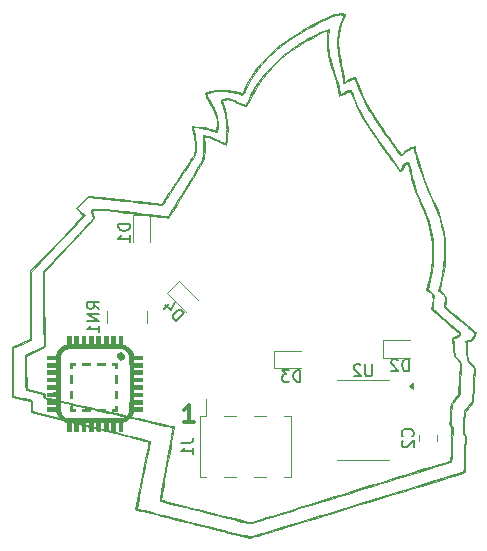
<source format=gbr>
G04 #@! TF.GenerationSoftware,KiCad,Pcbnew,8.0.3*
G04 #@! TF.CreationDate,2024-07-15T14:19:08-05:00*
G04 #@! TF.ProjectId,DumpsterElectroFire,44756d70-7374-4657-9245-6c656374726f,rev?*
G04 #@! TF.SameCoordinates,Original*
G04 #@! TF.FileFunction,Legend,Bot*
G04 #@! TF.FilePolarity,Positive*
%FSLAX46Y46*%
G04 Gerber Fmt 4.6, Leading zero omitted, Abs format (unit mm)*
G04 Created by KiCad (PCBNEW 8.0.3) date 2024-07-15 14:19:08*
%MOMM*%
%LPD*%
G01*
G04 APERTURE LIST*
%ADD10C,0.300000*%
%ADD11C,0.150000*%
%ADD12C,0.010000*%
%ADD13C,0.120000*%
G04 APERTURE END LIST*
D10*
X140678572Y-115178328D02*
X139821429Y-115178328D01*
X140250000Y-115178328D02*
X140250000Y-113678328D01*
X140250000Y-113678328D02*
X140107143Y-113892614D01*
X140107143Y-113892614D02*
X139964286Y-114035471D01*
X139964286Y-114035471D02*
X139821429Y-114106900D01*
D11*
X155761904Y-110254819D02*
X155761904Y-111064342D01*
X155761904Y-111064342D02*
X155714285Y-111159580D01*
X155714285Y-111159580D02*
X155666666Y-111207200D01*
X155666666Y-111207200D02*
X155571428Y-111254819D01*
X155571428Y-111254819D02*
X155380952Y-111254819D01*
X155380952Y-111254819D02*
X155285714Y-111207200D01*
X155285714Y-111207200D02*
X155238095Y-111159580D01*
X155238095Y-111159580D02*
X155190476Y-111064342D01*
X155190476Y-111064342D02*
X155190476Y-110254819D01*
X154761904Y-110350057D02*
X154714285Y-110302438D01*
X154714285Y-110302438D02*
X154619047Y-110254819D01*
X154619047Y-110254819D02*
X154380952Y-110254819D01*
X154380952Y-110254819D02*
X154285714Y-110302438D01*
X154285714Y-110302438D02*
X154238095Y-110350057D01*
X154238095Y-110350057D02*
X154190476Y-110445295D01*
X154190476Y-110445295D02*
X154190476Y-110540533D01*
X154190476Y-110540533D02*
X154238095Y-110683390D01*
X154238095Y-110683390D02*
X154809523Y-111254819D01*
X154809523Y-111254819D02*
X154190476Y-111254819D01*
X159179580Y-116333333D02*
X159227200Y-116285714D01*
X159227200Y-116285714D02*
X159274819Y-116142857D01*
X159274819Y-116142857D02*
X159274819Y-116047619D01*
X159274819Y-116047619D02*
X159227200Y-115904762D01*
X159227200Y-115904762D02*
X159131961Y-115809524D01*
X159131961Y-115809524D02*
X159036723Y-115761905D01*
X159036723Y-115761905D02*
X158846247Y-115714286D01*
X158846247Y-115714286D02*
X158703390Y-115714286D01*
X158703390Y-115714286D02*
X158512914Y-115761905D01*
X158512914Y-115761905D02*
X158417676Y-115809524D01*
X158417676Y-115809524D02*
X158322438Y-115904762D01*
X158322438Y-115904762D02*
X158274819Y-116047619D01*
X158274819Y-116047619D02*
X158274819Y-116142857D01*
X158274819Y-116142857D02*
X158322438Y-116285714D01*
X158322438Y-116285714D02*
X158370057Y-116333333D01*
X158370057Y-116714286D02*
X158322438Y-116761905D01*
X158322438Y-116761905D02*
X158274819Y-116857143D01*
X158274819Y-116857143D02*
X158274819Y-117095238D01*
X158274819Y-117095238D02*
X158322438Y-117190476D01*
X158322438Y-117190476D02*
X158370057Y-117238095D01*
X158370057Y-117238095D02*
X158465295Y-117285714D01*
X158465295Y-117285714D02*
X158560533Y-117285714D01*
X158560533Y-117285714D02*
X158703390Y-117238095D01*
X158703390Y-117238095D02*
X159274819Y-116666667D01*
X159274819Y-116666667D02*
X159274819Y-117285714D01*
X139624819Y-116891666D02*
X140339104Y-116891666D01*
X140339104Y-116891666D02*
X140481961Y-116844047D01*
X140481961Y-116844047D02*
X140577200Y-116748809D01*
X140577200Y-116748809D02*
X140624819Y-116605952D01*
X140624819Y-116605952D02*
X140624819Y-116510714D01*
X140624819Y-117891666D02*
X140624819Y-117320238D01*
X140624819Y-117605952D02*
X139624819Y-117605952D01*
X139624819Y-117605952D02*
X139767676Y-117510714D01*
X139767676Y-117510714D02*
X139862914Y-117415476D01*
X139862914Y-117415476D02*
X139910533Y-117320238D01*
X132654819Y-105559523D02*
X132178628Y-105226190D01*
X132654819Y-104988095D02*
X131654819Y-104988095D01*
X131654819Y-104988095D02*
X131654819Y-105369047D01*
X131654819Y-105369047D02*
X131702438Y-105464285D01*
X131702438Y-105464285D02*
X131750057Y-105511904D01*
X131750057Y-105511904D02*
X131845295Y-105559523D01*
X131845295Y-105559523D02*
X131988152Y-105559523D01*
X131988152Y-105559523D02*
X132083390Y-105511904D01*
X132083390Y-105511904D02*
X132131009Y-105464285D01*
X132131009Y-105464285D02*
X132178628Y-105369047D01*
X132178628Y-105369047D02*
X132178628Y-104988095D01*
X132654819Y-105988095D02*
X131654819Y-105988095D01*
X131654819Y-105988095D02*
X132654819Y-106559523D01*
X132654819Y-106559523D02*
X131654819Y-106559523D01*
X132654819Y-107559523D02*
X132654819Y-106988095D01*
X132654819Y-107273809D02*
X131654819Y-107273809D01*
X131654819Y-107273809D02*
X131797676Y-107178571D01*
X131797676Y-107178571D02*
X131892914Y-107083333D01*
X131892914Y-107083333D02*
X131940533Y-106988095D01*
X135274819Y-98374405D02*
X134274819Y-98374405D01*
X134274819Y-98374405D02*
X134274819Y-98612500D01*
X134274819Y-98612500D02*
X134322438Y-98755357D01*
X134322438Y-98755357D02*
X134417676Y-98850595D01*
X134417676Y-98850595D02*
X134512914Y-98898214D01*
X134512914Y-98898214D02*
X134703390Y-98945833D01*
X134703390Y-98945833D02*
X134846247Y-98945833D01*
X134846247Y-98945833D02*
X135036723Y-98898214D01*
X135036723Y-98898214D02*
X135131961Y-98850595D01*
X135131961Y-98850595D02*
X135227200Y-98755357D01*
X135227200Y-98755357D02*
X135274819Y-98612500D01*
X135274819Y-98612500D02*
X135274819Y-98374405D01*
X135274819Y-99898214D02*
X135274819Y-99326786D01*
X135274819Y-99612500D02*
X134274819Y-99612500D01*
X134274819Y-99612500D02*
X134417676Y-99517262D01*
X134417676Y-99517262D02*
X134512914Y-99422024D01*
X134512914Y-99422024D02*
X134560533Y-99326786D01*
X158888094Y-110834819D02*
X158888094Y-109834819D01*
X158888094Y-109834819D02*
X158649999Y-109834819D01*
X158649999Y-109834819D02*
X158507142Y-109882438D01*
X158507142Y-109882438D02*
X158411904Y-109977676D01*
X158411904Y-109977676D02*
X158364285Y-110072914D01*
X158364285Y-110072914D02*
X158316666Y-110263390D01*
X158316666Y-110263390D02*
X158316666Y-110406247D01*
X158316666Y-110406247D02*
X158364285Y-110596723D01*
X158364285Y-110596723D02*
X158411904Y-110691961D01*
X158411904Y-110691961D02*
X158507142Y-110787200D01*
X158507142Y-110787200D02*
X158649999Y-110834819D01*
X158649999Y-110834819D02*
X158888094Y-110834819D01*
X157935713Y-109930057D02*
X157888094Y-109882438D01*
X157888094Y-109882438D02*
X157792856Y-109834819D01*
X157792856Y-109834819D02*
X157554761Y-109834819D01*
X157554761Y-109834819D02*
X157459523Y-109882438D01*
X157459523Y-109882438D02*
X157411904Y-109930057D01*
X157411904Y-109930057D02*
X157364285Y-110025295D01*
X157364285Y-110025295D02*
X157364285Y-110120533D01*
X157364285Y-110120533D02*
X157411904Y-110263390D01*
X157411904Y-110263390D02*
X157983332Y-110834819D01*
X157983332Y-110834819D02*
X157364285Y-110834819D01*
X149675594Y-111734819D02*
X149675594Y-110734819D01*
X149675594Y-110734819D02*
X149437499Y-110734819D01*
X149437499Y-110734819D02*
X149294642Y-110782438D01*
X149294642Y-110782438D02*
X149199404Y-110877676D01*
X149199404Y-110877676D02*
X149151785Y-110972914D01*
X149151785Y-110972914D02*
X149104166Y-111163390D01*
X149104166Y-111163390D02*
X149104166Y-111306247D01*
X149104166Y-111306247D02*
X149151785Y-111496723D01*
X149151785Y-111496723D02*
X149199404Y-111591961D01*
X149199404Y-111591961D02*
X149294642Y-111687200D01*
X149294642Y-111687200D02*
X149437499Y-111734819D01*
X149437499Y-111734819D02*
X149675594Y-111734819D01*
X148770832Y-110734819D02*
X148151785Y-110734819D01*
X148151785Y-110734819D02*
X148485118Y-111115771D01*
X148485118Y-111115771D02*
X148342261Y-111115771D01*
X148342261Y-111115771D02*
X148247023Y-111163390D01*
X148247023Y-111163390D02*
X148199404Y-111211009D01*
X148199404Y-111211009D02*
X148151785Y-111306247D01*
X148151785Y-111306247D02*
X148151785Y-111544342D01*
X148151785Y-111544342D02*
X148199404Y-111639580D01*
X148199404Y-111639580D02*
X148247023Y-111687200D01*
X148247023Y-111687200D02*
X148342261Y-111734819D01*
X148342261Y-111734819D02*
X148627975Y-111734819D01*
X148627975Y-111734819D02*
X148723213Y-111687200D01*
X148723213Y-111687200D02*
X148770832Y-111639580D01*
X139139143Y-106604680D02*
X139846249Y-105897573D01*
X139846249Y-105897573D02*
X139677891Y-105729214D01*
X139677891Y-105729214D02*
X139543204Y-105661871D01*
X139543204Y-105661871D02*
X139408517Y-105661871D01*
X139408517Y-105661871D02*
X139307501Y-105695543D01*
X139307501Y-105695543D02*
X139139143Y-105796558D01*
X139139143Y-105796558D02*
X139038127Y-105897573D01*
X139038127Y-105897573D02*
X138937112Y-106065932D01*
X138937112Y-106065932D02*
X138903440Y-106166947D01*
X138903440Y-106166947D02*
X138903440Y-106301634D01*
X138903440Y-106301634D02*
X138970784Y-106436321D01*
X138970784Y-106436321D02*
X139139143Y-106604680D01*
X138600395Y-105123123D02*
X138128990Y-105594527D01*
X139038127Y-105022108D02*
X138701410Y-105695543D01*
X138701410Y-105695543D02*
X138263677Y-105257810D01*
D12*
X135548000Y-112020666D02*
X136288834Y-112020666D01*
X136288834Y-112338166D01*
X135548000Y-112338166D01*
X135548000Y-112658580D01*
X135913125Y-112651831D01*
X136278250Y-112645083D01*
X136284469Y-112798541D01*
X136290688Y-112952000D01*
X135548000Y-112952000D01*
X135548000Y-113269500D01*
X136288834Y-113269500D01*
X136288834Y-113587000D01*
X135548000Y-113587000D01*
X135548000Y-113904500D01*
X136288834Y-113904500D01*
X136288834Y-114200833D01*
X136006038Y-114200833D01*
X135996745Y-114200840D01*
X135881618Y-114202012D01*
X135773574Y-114204904D01*
X135684362Y-114209104D01*
X135625731Y-114214198D01*
X135613546Y-114215879D01*
X135563484Y-114225335D01*
X135534037Y-114243050D01*
X135514432Y-114279832D01*
X135493899Y-114346490D01*
X135444148Y-114484788D01*
X135339854Y-114672337D01*
X135200699Y-114837021D01*
X135028589Y-114976258D01*
X134975577Y-115008449D01*
X134883760Y-115054653D01*
X134788138Y-115094195D01*
X134701933Y-115121793D01*
X134638363Y-115132166D01*
X134636594Y-115132175D01*
X134621810Y-115134357D01*
X134611076Y-115144370D01*
X134603744Y-115167965D01*
X134599167Y-115210892D01*
X134596699Y-115278901D01*
X134595692Y-115377742D01*
X134595500Y-115513166D01*
X134595500Y-115894166D01*
X134299167Y-115894166D01*
X134299167Y-115153333D01*
X133981667Y-115153333D01*
X133981667Y-115894166D01*
X133664167Y-115894166D01*
X133664167Y-115153333D01*
X133367834Y-115153333D01*
X133367834Y-115894166D01*
X133050334Y-115894166D01*
X133050334Y-115153333D01*
X132732834Y-115153333D01*
X132732834Y-115894166D01*
X132442775Y-115894166D01*
X132429181Y-115719541D01*
X132428026Y-115704007D01*
X132421696Y-115591272D01*
X132417204Y-115464796D01*
X132415461Y-115349125D01*
X132415334Y-115153333D01*
X132119000Y-115153333D01*
X132119000Y-115894166D01*
X131801500Y-115894166D01*
X131801500Y-115153333D01*
X131480789Y-115153333D01*
X131491553Y-115883583D01*
X131187667Y-115896021D01*
X131187667Y-115153333D01*
X130870167Y-115153333D01*
X130870167Y-115894166D01*
X130552667Y-115894166D01*
X130552667Y-115153333D01*
X130256334Y-115153333D01*
X130256334Y-115894166D01*
X129938834Y-115894166D01*
X129938834Y-115137577D01*
X129859459Y-115124743D01*
X129795456Y-115108662D01*
X129688685Y-115066611D01*
X129573913Y-115008152D01*
X129464674Y-114940383D01*
X129374501Y-114870402D01*
X129250994Y-114739540D01*
X129139921Y-114568860D01*
X129056174Y-114368934D01*
X128998699Y-114194484D01*
X128266667Y-114220960D01*
X128266667Y-113904500D01*
X129007500Y-113904500D01*
X129007500Y-113587000D01*
X128266667Y-113587000D01*
X128266667Y-113269500D01*
X129007500Y-113269500D01*
X129007500Y-112952000D01*
X128266667Y-112952000D01*
X128266667Y-112655666D01*
X128430709Y-112655557D01*
X128456886Y-112655394D01*
X128564817Y-112652928D01*
X128686797Y-112648122D01*
X128801125Y-112641781D01*
X129007500Y-112628115D01*
X129007500Y-112338166D01*
X128266667Y-112338166D01*
X128266667Y-112020666D01*
X129007500Y-112020666D01*
X129007500Y-111703166D01*
X128266667Y-111703166D01*
X128266667Y-111385666D01*
X129007500Y-111385666D01*
X129007500Y-111089333D01*
X128266667Y-111089333D01*
X128266667Y-110771833D01*
X129007500Y-110771833D01*
X129007500Y-110454333D01*
X128266667Y-110454333D01*
X128266667Y-110136833D01*
X129007500Y-110136833D01*
X129007500Y-109819333D01*
X128266667Y-109819333D01*
X128266667Y-109523976D01*
X128639980Y-109518196D01*
X129013292Y-109512416D01*
X129018705Y-109491250D01*
X129335584Y-109491250D01*
X129335584Y-114232583D01*
X129395301Y-114361796D01*
X129435381Y-114435714D01*
X129536627Y-114567551D01*
X129662441Y-114681492D01*
X129801250Y-114766015D01*
X129928250Y-114825250D01*
X132224834Y-114829346D01*
X132342231Y-114829546D01*
X132711438Y-114830036D01*
X133040914Y-114830223D01*
X133332665Y-114830090D01*
X133588696Y-114829617D01*
X133811016Y-114828786D01*
X134001628Y-114827578D01*
X134162541Y-114825973D01*
X134295760Y-114823955D01*
X134403292Y-114821503D01*
X134487142Y-114818599D01*
X134549317Y-114815224D01*
X134591823Y-114811359D01*
X134616667Y-114806987D01*
X134640699Y-114799973D01*
X134813771Y-114726408D01*
X134959670Y-114621332D01*
X135075971Y-114487453D01*
X135160248Y-114327481D01*
X135210077Y-114144122D01*
X135210160Y-114143604D01*
X135213368Y-114101539D01*
X135216297Y-114020754D01*
X135218947Y-113904771D01*
X135221317Y-113757115D01*
X135223409Y-113581310D01*
X135225220Y-113380880D01*
X135226753Y-113159349D01*
X135228006Y-112920241D01*
X135228980Y-112667080D01*
X135229675Y-112403391D01*
X135230091Y-112132697D01*
X135230227Y-111858523D01*
X135230084Y-111584392D01*
X135229661Y-111313829D01*
X135228960Y-111050357D01*
X135227979Y-110797501D01*
X135226719Y-110558785D01*
X135225179Y-110337733D01*
X135223360Y-110137869D01*
X135221262Y-109962717D01*
X135218885Y-109815801D01*
X135216228Y-109700645D01*
X135213292Y-109620773D01*
X135210077Y-109579710D01*
X135197579Y-109516944D01*
X135135760Y-109341944D01*
X135039053Y-109190212D01*
X134909193Y-109064053D01*
X134747916Y-108965774D01*
X134606084Y-108898583D01*
X132341250Y-108891987D01*
X132249349Y-108891720D01*
X131889399Y-108890712D01*
X131568719Y-108889947D01*
X131284835Y-108889506D01*
X131035276Y-108889470D01*
X130817567Y-108889923D01*
X130629236Y-108890946D01*
X130467809Y-108892621D01*
X130330813Y-108895029D01*
X130215775Y-108898254D01*
X130120222Y-108902376D01*
X130041681Y-108907478D01*
X129977678Y-108913642D01*
X129925740Y-108920949D01*
X129883395Y-108929482D01*
X129848168Y-108939322D01*
X129817587Y-108950553D01*
X129789179Y-108963254D01*
X129760470Y-108977509D01*
X129675331Y-109030755D01*
X129564584Y-109127294D01*
X129467322Y-109241394D01*
X129396420Y-109359543D01*
X129335584Y-109491250D01*
X129018705Y-109491250D01*
X129041580Y-109401810D01*
X129086536Y-109267062D01*
X129180363Y-109087888D01*
X129304665Y-108926797D01*
X129453372Y-108791269D01*
X129620412Y-108688781D01*
X129628100Y-108685129D01*
X129713634Y-108648075D01*
X129794960Y-108618329D01*
X129855422Y-108602038D01*
X129938834Y-108587945D01*
X129938834Y-107872000D01*
X130256334Y-107872000D01*
X130256334Y-108570500D01*
X130552667Y-108570500D01*
X130552667Y-107872000D01*
X130870167Y-107872000D01*
X130870167Y-108570500D01*
X131187667Y-108570500D01*
X131187667Y-107872000D01*
X131484000Y-107872000D01*
X131484000Y-108570500D01*
X131801500Y-108570500D01*
X131801500Y-107872000D01*
X132119000Y-107872000D01*
X132119000Y-108570500D01*
X132272459Y-108570520D01*
X132425917Y-108570540D01*
X132418804Y-108221270D01*
X132411692Y-107872000D01*
X132732834Y-107872000D01*
X132732834Y-108570500D01*
X133050334Y-108570500D01*
X133050334Y-107872000D01*
X133367834Y-107872000D01*
X133367834Y-108570500D01*
X133664167Y-108570500D01*
X133664167Y-107872000D01*
X133981667Y-107872000D01*
X133981667Y-108570500D01*
X134299167Y-108570500D01*
X134299167Y-107872000D01*
X134595500Y-107872000D01*
X134595500Y-108581648D01*
X134706625Y-108607991D01*
X134864406Y-108659959D01*
X135028629Y-108750677D01*
X135187588Y-108879808D01*
X135322697Y-109029523D01*
X135425502Y-109198260D01*
X135497015Y-109390783D01*
X135533774Y-109523000D01*
X136288834Y-109523000D01*
X136288834Y-109819333D01*
X135548000Y-109819333D01*
X135548000Y-110136833D01*
X136288834Y-110136833D01*
X136288834Y-110454333D01*
X135548000Y-110454333D01*
X135548000Y-110771833D01*
X136290688Y-110771833D01*
X136284469Y-110925291D01*
X136278250Y-111078750D01*
X135548000Y-111090332D01*
X135548000Y-111385666D01*
X136288834Y-111385666D01*
X136288834Y-111703166D01*
X135548000Y-111703166D01*
X135548000Y-111858523D01*
X135548000Y-112020666D01*
G36*
X135548000Y-112020666D02*
G01*
X136288834Y-112020666D01*
X136288834Y-112338166D01*
X135548000Y-112338166D01*
X135548000Y-112658580D01*
X135913125Y-112651831D01*
X136278250Y-112645083D01*
X136284469Y-112798541D01*
X136290688Y-112952000D01*
X135548000Y-112952000D01*
X135548000Y-113269500D01*
X136288834Y-113269500D01*
X136288834Y-113587000D01*
X135548000Y-113587000D01*
X135548000Y-113904500D01*
X136288834Y-113904500D01*
X136288834Y-114200833D01*
X136006038Y-114200833D01*
X135996745Y-114200840D01*
X135881618Y-114202012D01*
X135773574Y-114204904D01*
X135684362Y-114209104D01*
X135625731Y-114214198D01*
X135613546Y-114215879D01*
X135563484Y-114225335D01*
X135534037Y-114243050D01*
X135514432Y-114279832D01*
X135493899Y-114346490D01*
X135444148Y-114484788D01*
X135339854Y-114672337D01*
X135200699Y-114837021D01*
X135028589Y-114976258D01*
X134975577Y-115008449D01*
X134883760Y-115054653D01*
X134788138Y-115094195D01*
X134701933Y-115121793D01*
X134638363Y-115132166D01*
X134636594Y-115132175D01*
X134621810Y-115134357D01*
X134611076Y-115144370D01*
X134603744Y-115167965D01*
X134599167Y-115210892D01*
X134596699Y-115278901D01*
X134595692Y-115377742D01*
X134595500Y-115513166D01*
X134595500Y-115894166D01*
X134299167Y-115894166D01*
X134299167Y-115153333D01*
X133981667Y-115153333D01*
X133981667Y-115894166D01*
X133664167Y-115894166D01*
X133664167Y-115153333D01*
X133367834Y-115153333D01*
X133367834Y-115894166D01*
X133050334Y-115894166D01*
X133050334Y-115153333D01*
X132732834Y-115153333D01*
X132732834Y-115894166D01*
X132442775Y-115894166D01*
X132429181Y-115719541D01*
X132428026Y-115704007D01*
X132421696Y-115591272D01*
X132417204Y-115464796D01*
X132415461Y-115349125D01*
X132415334Y-115153333D01*
X132119000Y-115153333D01*
X132119000Y-115894166D01*
X131801500Y-115894166D01*
X131801500Y-115153333D01*
X131480789Y-115153333D01*
X131491553Y-115883583D01*
X131187667Y-115896021D01*
X131187667Y-115153333D01*
X130870167Y-115153333D01*
X130870167Y-115894166D01*
X130552667Y-115894166D01*
X130552667Y-115153333D01*
X130256334Y-115153333D01*
X130256334Y-115894166D01*
X129938834Y-115894166D01*
X129938834Y-115137577D01*
X129859459Y-115124743D01*
X129795456Y-115108662D01*
X129688685Y-115066611D01*
X129573913Y-115008152D01*
X129464674Y-114940383D01*
X129374501Y-114870402D01*
X129250994Y-114739540D01*
X129139921Y-114568860D01*
X129056174Y-114368934D01*
X128998699Y-114194484D01*
X128266667Y-114220960D01*
X128266667Y-113904500D01*
X129007500Y-113904500D01*
X129007500Y-113587000D01*
X128266667Y-113587000D01*
X128266667Y-113269500D01*
X129007500Y-113269500D01*
X129007500Y-112952000D01*
X128266667Y-112952000D01*
X128266667Y-112655666D01*
X128430709Y-112655557D01*
X128456886Y-112655394D01*
X128564817Y-112652928D01*
X128686797Y-112648122D01*
X128801125Y-112641781D01*
X129007500Y-112628115D01*
X129007500Y-112338166D01*
X128266667Y-112338166D01*
X128266667Y-112020666D01*
X129007500Y-112020666D01*
X129007500Y-111703166D01*
X128266667Y-111703166D01*
X128266667Y-111385666D01*
X129007500Y-111385666D01*
X129007500Y-111089333D01*
X128266667Y-111089333D01*
X128266667Y-110771833D01*
X129007500Y-110771833D01*
X129007500Y-110454333D01*
X128266667Y-110454333D01*
X128266667Y-110136833D01*
X129007500Y-110136833D01*
X129007500Y-109819333D01*
X128266667Y-109819333D01*
X128266667Y-109523976D01*
X128639980Y-109518196D01*
X129013292Y-109512416D01*
X129018705Y-109491250D01*
X129335584Y-109491250D01*
X129335584Y-114232583D01*
X129395301Y-114361796D01*
X129435381Y-114435714D01*
X129536627Y-114567551D01*
X129662441Y-114681492D01*
X129801250Y-114766015D01*
X129928250Y-114825250D01*
X132224834Y-114829346D01*
X132342231Y-114829546D01*
X132711438Y-114830036D01*
X133040914Y-114830223D01*
X133332665Y-114830090D01*
X133588696Y-114829617D01*
X133811016Y-114828786D01*
X134001628Y-114827578D01*
X134162541Y-114825973D01*
X134295760Y-114823955D01*
X134403292Y-114821503D01*
X134487142Y-114818599D01*
X134549317Y-114815224D01*
X134591823Y-114811359D01*
X134616667Y-114806987D01*
X134640699Y-114799973D01*
X134813771Y-114726408D01*
X134959670Y-114621332D01*
X135075971Y-114487453D01*
X135160248Y-114327481D01*
X135210077Y-114144122D01*
X135210160Y-114143604D01*
X135213368Y-114101539D01*
X135216297Y-114020754D01*
X135218947Y-113904771D01*
X135221317Y-113757115D01*
X135223409Y-113581310D01*
X135225220Y-113380880D01*
X135226753Y-113159349D01*
X135228006Y-112920241D01*
X135228980Y-112667080D01*
X135229675Y-112403391D01*
X135230091Y-112132697D01*
X135230227Y-111858523D01*
X135230084Y-111584392D01*
X135229661Y-111313829D01*
X135228960Y-111050357D01*
X135227979Y-110797501D01*
X135226719Y-110558785D01*
X135225179Y-110337733D01*
X135223360Y-110137869D01*
X135221262Y-109962717D01*
X135218885Y-109815801D01*
X135216228Y-109700645D01*
X135213292Y-109620773D01*
X135210077Y-109579710D01*
X135197579Y-109516944D01*
X135135760Y-109341944D01*
X135039053Y-109190212D01*
X134909193Y-109064053D01*
X134747916Y-108965774D01*
X134606084Y-108898583D01*
X132341250Y-108891987D01*
X132249349Y-108891720D01*
X131889399Y-108890712D01*
X131568719Y-108889947D01*
X131284835Y-108889506D01*
X131035276Y-108889470D01*
X130817567Y-108889923D01*
X130629236Y-108890946D01*
X130467809Y-108892621D01*
X130330813Y-108895029D01*
X130215775Y-108898254D01*
X130120222Y-108902376D01*
X130041681Y-108907478D01*
X129977678Y-108913642D01*
X129925740Y-108920949D01*
X129883395Y-108929482D01*
X129848168Y-108939322D01*
X129817587Y-108950553D01*
X129789179Y-108963254D01*
X129760470Y-108977509D01*
X129675331Y-109030755D01*
X129564584Y-109127294D01*
X129467322Y-109241394D01*
X129396420Y-109359543D01*
X129335584Y-109491250D01*
X129018705Y-109491250D01*
X129041580Y-109401810D01*
X129086536Y-109267062D01*
X129180363Y-109087888D01*
X129304665Y-108926797D01*
X129453372Y-108791269D01*
X129620412Y-108688781D01*
X129628100Y-108685129D01*
X129713634Y-108648075D01*
X129794960Y-108618329D01*
X129855422Y-108602038D01*
X129938834Y-108587945D01*
X129938834Y-107872000D01*
X130256334Y-107872000D01*
X130256334Y-108570500D01*
X130552667Y-108570500D01*
X130552667Y-107872000D01*
X130870167Y-107872000D01*
X130870167Y-108570500D01*
X131187667Y-108570500D01*
X131187667Y-107872000D01*
X131484000Y-107872000D01*
X131484000Y-108570500D01*
X131801500Y-108570500D01*
X131801500Y-107872000D01*
X132119000Y-107872000D01*
X132119000Y-108570500D01*
X132272459Y-108570520D01*
X132425917Y-108570540D01*
X132418804Y-108221270D01*
X132411692Y-107872000D01*
X132732834Y-107872000D01*
X132732834Y-108570500D01*
X133050334Y-108570500D01*
X133050334Y-107872000D01*
X133367834Y-107872000D01*
X133367834Y-108570500D01*
X133664167Y-108570500D01*
X133664167Y-107872000D01*
X133981667Y-107872000D01*
X133981667Y-108570500D01*
X134299167Y-108570500D01*
X134299167Y-107872000D01*
X134595500Y-107872000D01*
X134595500Y-108581648D01*
X134706625Y-108607991D01*
X134864406Y-108659959D01*
X135028629Y-108750677D01*
X135187588Y-108879808D01*
X135322697Y-109029523D01*
X135425502Y-109198260D01*
X135497015Y-109390783D01*
X135533774Y-109523000D01*
X136288834Y-109523000D01*
X136288834Y-109819333D01*
X135548000Y-109819333D01*
X135548000Y-110136833D01*
X136288834Y-110136833D01*
X136288834Y-110454333D01*
X135548000Y-110454333D01*
X135548000Y-110771833D01*
X136290688Y-110771833D01*
X136284469Y-110925291D01*
X136278250Y-111078750D01*
X135548000Y-111090332D01*
X135548000Y-111385666D01*
X136288834Y-111385666D01*
X136288834Y-111703166D01*
X135548000Y-111703166D01*
X135548000Y-111858523D01*
X135548000Y-112020666D01*
G37*
X134172167Y-114179666D02*
X133770000Y-114179666D01*
X133770000Y-114010333D01*
X134024000Y-114010333D01*
X134024000Y-113756333D01*
X134172167Y-113756333D01*
X134172167Y-114179666D01*
G36*
X134172167Y-114179666D02*
G01*
X133770000Y-114179666D01*
X133770000Y-114010333D01*
X134024000Y-114010333D01*
X134024000Y-113756333D01*
X134172167Y-113756333D01*
X134172167Y-114179666D01*
G37*
X133156167Y-114179666D02*
X132500000Y-114179666D01*
X132500000Y-114010333D01*
X133156167Y-114010333D01*
X133156167Y-114179666D01*
G36*
X133156167Y-114179666D02*
G01*
X132500000Y-114179666D01*
X132500000Y-114010333D01*
X133156167Y-114010333D01*
X133156167Y-114179666D01*
G37*
X131886167Y-114179666D02*
X131230000Y-114179666D01*
X131230000Y-114010333D01*
X131886167Y-114010333D01*
X131886167Y-114179666D01*
G36*
X131886167Y-114179666D02*
G01*
X131230000Y-114179666D01*
X131230000Y-114010333D01*
X131886167Y-114010333D01*
X131886167Y-114179666D01*
G37*
X130362167Y-114010333D02*
X130616167Y-114010333D01*
X130616167Y-114179666D01*
X130192834Y-114179666D01*
X130192834Y-113756333D01*
X130362167Y-113756333D01*
X130362167Y-114010333D01*
G36*
X130362167Y-114010333D02*
G01*
X130616167Y-114010333D01*
X130616167Y-114179666D01*
X130192834Y-114179666D01*
X130192834Y-113756333D01*
X130362167Y-113756333D01*
X130362167Y-114010333D01*
G37*
X134172167Y-113142500D02*
X134024000Y-113142500D01*
X134024000Y-112486333D01*
X134172167Y-112486333D01*
X134172167Y-113142500D01*
G36*
X134172167Y-113142500D02*
G01*
X134024000Y-113142500D01*
X134024000Y-112486333D01*
X134172167Y-112486333D01*
X134172167Y-113142500D01*
G37*
X130362167Y-113142500D02*
X130192834Y-113142500D01*
X130192834Y-112486333D01*
X130362167Y-112486333D01*
X130362167Y-113142500D01*
G36*
X130362167Y-113142500D02*
G01*
X130192834Y-113142500D01*
X130192834Y-112486333D01*
X130362167Y-112486333D01*
X130362167Y-113142500D01*
G37*
X134172167Y-111851333D02*
X134024000Y-111851333D01*
X134024000Y-111195166D01*
X134172167Y-111195166D01*
X134172167Y-111851333D01*
G36*
X134172167Y-111851333D02*
G01*
X134024000Y-111851333D01*
X134024000Y-111195166D01*
X134172167Y-111195166D01*
X134172167Y-111851333D01*
G37*
X130362167Y-111851333D02*
X130192834Y-111851333D01*
X130192834Y-111195166D01*
X130362167Y-111195166D01*
X130362167Y-111851333D01*
G36*
X130362167Y-111851333D02*
G01*
X130192834Y-111851333D01*
X130192834Y-111195166D01*
X130362167Y-111195166D01*
X130362167Y-111851333D01*
G37*
X134172167Y-110581333D02*
X134024000Y-110581333D01*
X134024000Y-110327333D01*
X133770000Y-110327333D01*
X133770000Y-110158000D01*
X134172167Y-110158000D01*
X134172167Y-110581333D01*
G36*
X134172167Y-110581333D02*
G01*
X134024000Y-110581333D01*
X134024000Y-110327333D01*
X133770000Y-110327333D01*
X133770000Y-110158000D01*
X134172167Y-110158000D01*
X134172167Y-110581333D01*
G37*
X130612153Y-110247958D02*
X130618723Y-110327333D01*
X130362167Y-110327333D01*
X130362167Y-110581333D01*
X130191301Y-110581333D01*
X130203417Y-110168583D01*
X130605584Y-110168583D01*
X130612153Y-110247958D01*
G36*
X130612153Y-110247958D02*
G01*
X130618723Y-110327333D01*
X130362167Y-110327333D01*
X130362167Y-110581333D01*
X130191301Y-110581333D01*
X130203417Y-110168583D01*
X130605584Y-110168583D01*
X130612153Y-110247958D01*
G37*
X133156167Y-110327333D02*
X132500000Y-110327333D01*
X132500000Y-110158000D01*
X133156167Y-110158000D01*
X133156167Y-110327333D01*
G36*
X133156167Y-110327333D02*
G01*
X132500000Y-110327333D01*
X132500000Y-110158000D01*
X133156167Y-110158000D01*
X133156167Y-110327333D01*
G37*
X131886167Y-110327333D02*
X131230000Y-110327333D01*
X131230000Y-110158000D01*
X131886167Y-110158000D01*
X131886167Y-110327333D01*
G36*
X131886167Y-110327333D02*
G01*
X131230000Y-110327333D01*
X131230000Y-110158000D01*
X131886167Y-110158000D01*
X131886167Y-110327333D01*
G37*
X134526937Y-109252307D02*
X134625194Y-109287909D01*
X134700183Y-109355701D01*
X134748024Y-109451392D01*
X134764834Y-109570693D01*
X134764750Y-109577846D01*
X134742243Y-109685966D01*
X134683797Y-109778725D01*
X134595079Y-109846900D01*
X134590545Y-109849200D01*
X134491306Y-109877912D01*
X134394756Y-109869429D01*
X134307735Y-109828435D01*
X134237084Y-109759617D01*
X134189641Y-109667659D01*
X134172246Y-109557248D01*
X134175335Y-109505621D01*
X134206830Y-109398484D01*
X134269353Y-109317290D01*
X134359219Y-109265835D01*
X134472741Y-109247912D01*
X134526937Y-109252307D01*
G36*
X134526937Y-109252307D02*
G01*
X134625194Y-109287909D01*
X134700183Y-109355701D01*
X134748024Y-109451392D01*
X134764834Y-109570693D01*
X134764750Y-109577846D01*
X134742243Y-109685966D01*
X134683797Y-109778725D01*
X134595079Y-109846900D01*
X134590545Y-109849200D01*
X134491306Y-109877912D01*
X134394756Y-109869429D01*
X134307735Y-109828435D01*
X134237084Y-109759617D01*
X134189641Y-109667659D01*
X134172246Y-109557248D01*
X134175335Y-109505621D01*
X134206830Y-109398484D01*
X134269353Y-109317290D01*
X134359219Y-109265835D01*
X134472741Y-109247912D01*
X134526937Y-109252307D01*
G37*
D13*
X157200000Y-111615000D02*
X155000000Y-111615000D01*
X152800000Y-111615000D02*
X155000000Y-111615000D01*
X157200000Y-118385000D02*
X155000000Y-118385000D01*
X152800000Y-118385000D02*
X155000000Y-118385000D01*
X159190000Y-112315000D02*
X158860000Y-112075000D01*
X159190000Y-111835000D01*
X159190000Y-112315000D01*
G36*
X159190000Y-112315000D02*
G01*
X158860000Y-112075000D01*
X159190000Y-111835000D01*
X159190000Y-112315000D01*
G37*
X159765000Y-116761252D02*
X159765000Y-116238748D01*
X161235000Y-116761252D02*
X161235000Y-116238748D01*
D12*
X152115491Y-81907080D02*
X152123901Y-81936860D01*
X152117625Y-81956391D01*
X152102330Y-82025790D01*
X152081975Y-82158729D01*
X152059501Y-82334459D01*
X152042593Y-82485958D01*
X152019328Y-82791853D01*
X152016295Y-83092270D01*
X152035487Y-83398678D01*
X152078895Y-83722548D01*
X152148514Y-84075350D01*
X152246335Y-84468553D01*
X152374353Y-84913629D01*
X152534559Y-85422048D01*
X152573267Y-85540334D01*
X152731216Y-86034068D01*
X152854738Y-86450632D01*
X152943876Y-86790187D01*
X152998672Y-87052897D01*
X153019169Y-87238923D01*
X153019334Y-87253049D01*
X153021900Y-87321759D01*
X153041002Y-87351116D01*
X153093738Y-87341500D01*
X153197212Y-87293295D01*
X153265966Y-87258567D01*
X153423276Y-87187426D01*
X153592785Y-87124321D01*
X153754308Y-87075082D01*
X153887661Y-87045540D01*
X153972657Y-87041525D01*
X153989680Y-87049516D01*
X154015892Y-87103739D01*
X154059977Y-87218079D01*
X154114186Y-87371956D01*
X154138738Y-87445334D01*
X154264811Y-87799238D01*
X154413255Y-88159970D01*
X154587706Y-88533634D01*
X154791802Y-88926330D01*
X155029178Y-89344162D01*
X155303473Y-89793232D01*
X155618323Y-90279643D01*
X155977366Y-90809496D01*
X156384237Y-91388895D01*
X156842575Y-92023941D01*
X156977161Y-92207834D01*
X157171845Y-92473785D01*
X157362832Y-92735884D01*
X157540494Y-92980828D01*
X157695202Y-93195311D01*
X157817325Y-93366030D01*
X157887246Y-93465249D01*
X157988707Y-93604109D01*
X158074674Y-93708682D01*
X158132938Y-93764761D01*
X158148864Y-93769719D01*
X158184445Y-93722391D01*
X158241068Y-93621677D01*
X158293140Y-93517054D01*
X158397496Y-93340519D01*
X158523939Y-93227349D01*
X158698082Y-93156317D01*
X158742037Y-93145024D01*
X158782984Y-93133542D01*
X158814249Y-93128436D01*
X158839772Y-93139871D01*
X158863493Y-93178014D01*
X158889350Y-93253030D01*
X158921284Y-93375086D01*
X158963234Y-93554349D01*
X159019139Y-93800984D01*
X159051455Y-93943500D01*
X159166814Y-94433997D01*
X159277050Y-94861387D01*
X159389169Y-95246356D01*
X159510179Y-95609592D01*
X159647088Y-95971780D01*
X159806905Y-96353606D01*
X159996636Y-96775758D01*
X160049841Y-96890615D01*
X160324286Y-97517884D01*
X160541990Y-98105517D01*
X160707030Y-98672780D01*
X160823485Y-99238938D01*
X160895433Y-99823257D01*
X160926953Y-100445002D01*
X160924843Y-101023973D01*
X160889754Y-101723947D01*
X160817643Y-102373423D01*
X160704730Y-102999769D01*
X160582423Y-103502803D01*
X160481880Y-103875773D01*
X160988310Y-104382203D01*
X160962287Y-104877852D01*
X160950975Y-105085309D01*
X160940078Y-105271204D01*
X160930924Y-105413638D01*
X160925382Y-105485500D01*
X160928542Y-105521131D01*
X160948654Y-105564762D01*
X160991867Y-105622326D01*
X161064334Y-105699756D01*
X161172203Y-105802983D01*
X161321626Y-105937939D01*
X161518753Y-106110558D01*
X161769736Y-106326770D01*
X162015167Y-106536596D01*
X162335017Y-106809057D01*
X162596462Y-107031578D01*
X162804882Y-107209895D01*
X162965657Y-107349748D01*
X163084165Y-107456874D01*
X163165786Y-107537010D01*
X163215899Y-107595894D01*
X163239885Y-107639265D01*
X163243121Y-107672860D01*
X163230988Y-107702416D01*
X163208865Y-107733672D01*
X163182132Y-107772365D01*
X163178852Y-107777809D01*
X163117854Y-107870422D01*
X163053434Y-107927960D01*
X162959844Y-107965074D01*
X162811333Y-107996411D01*
X162786937Y-108000774D01*
X162627374Y-108029061D01*
X162649093Y-108225281D01*
X162661021Y-108343919D01*
X162677556Y-108522917D01*
X162696534Y-108738238D01*
X162715791Y-108965847D01*
X162716249Y-108971389D01*
X162761686Y-109521278D01*
X163034010Y-109803356D01*
X163153562Y-109933099D01*
X163246231Y-110044922D01*
X163298665Y-110122152D01*
X163305623Y-110142467D01*
X163303288Y-110198222D01*
X163297053Y-110327140D01*
X163287494Y-110517836D01*
X163275188Y-110758927D01*
X163260712Y-111039027D01*
X163244644Y-111346752D01*
X163242645Y-111384834D01*
X163226326Y-111699642D01*
X163211567Y-111992308D01*
X163198956Y-112250543D01*
X163189080Y-112462057D01*
X163182526Y-112614563D01*
X163179881Y-112695771D01*
X163179856Y-112698750D01*
X163165122Y-112774570D01*
X163116391Y-112871879D01*
X163026032Y-113002735D01*
X162886412Y-113179194D01*
X162840658Y-113234561D01*
X162501983Y-113641790D01*
X162453843Y-114512650D01*
X162405703Y-115383511D01*
X162498476Y-115458634D01*
X162591248Y-115533756D01*
X162543157Y-116994128D01*
X162531078Y-117337670D01*
X162518484Y-117654102D01*
X162505880Y-117933523D01*
X162493775Y-118166035D01*
X162482677Y-118341739D01*
X162473092Y-118450736D01*
X162466783Y-118483332D01*
X162422319Y-118500230D01*
X162301427Y-118540359D01*
X162108681Y-118602317D01*
X161848657Y-118684701D01*
X161525929Y-118786110D01*
X161145075Y-118905141D01*
X160710668Y-119040392D01*
X160227284Y-119190462D01*
X159699499Y-119353947D01*
X159131888Y-119529447D01*
X158529025Y-119715558D01*
X157895487Y-119910879D01*
X157235849Y-120114008D01*
X156554686Y-120323542D01*
X155856573Y-120538080D01*
X155146086Y-120756220D01*
X154427799Y-120976558D01*
X153706289Y-121197694D01*
X152986131Y-121418226D01*
X152271900Y-121636750D01*
X151568171Y-121851866D01*
X150879519Y-122062170D01*
X150210521Y-122266261D01*
X149565751Y-122462737D01*
X148949784Y-122650196D01*
X148367197Y-122827235D01*
X147822563Y-122992453D01*
X147320459Y-123144447D01*
X146865460Y-123281815D01*
X146462141Y-123403156D01*
X146115078Y-123507067D01*
X145828845Y-123592146D01*
X145608019Y-123656991D01*
X145457174Y-123700200D01*
X145380886Y-123720370D01*
X145372718Y-123721730D01*
X145314503Y-123710983D01*
X145180295Y-123680715D01*
X144976121Y-123632415D01*
X144708006Y-123567575D01*
X144381977Y-123487684D01*
X144004059Y-123394233D01*
X143580278Y-123288711D01*
X143116660Y-123172609D01*
X142619231Y-123047416D01*
X142094017Y-122914624D01*
X141547043Y-122775722D01*
X141539713Y-122773857D01*
X140994589Y-122635060D01*
X140472734Y-122502077D01*
X139980003Y-122376407D01*
X139522254Y-122259547D01*
X139105344Y-122152998D01*
X138735128Y-122058257D01*
X138417465Y-121976824D01*
X138158209Y-121910198D01*
X137963219Y-121859876D01*
X137838350Y-121827359D01*
X137789459Y-121814145D01*
X137789179Y-121814043D01*
X137790336Y-121771009D01*
X137805968Y-121651268D01*
X137834962Y-121461336D01*
X137876205Y-121207726D01*
X137928585Y-120896951D01*
X137990991Y-120535526D01*
X138062310Y-120129965D01*
X138141429Y-119686781D01*
X138227236Y-119212488D01*
X138318308Y-118715287D01*
X138409895Y-118216121D01*
X138496240Y-117741343D01*
X138576199Y-117297498D01*
X138648631Y-116891129D01*
X138712392Y-116528781D01*
X138766340Y-116216996D01*
X138809332Y-115962319D01*
X138840226Y-115771293D01*
X138857879Y-115650463D01*
X138861180Y-115606402D01*
X138817541Y-115594159D01*
X138696159Y-115564464D01*
X138501898Y-115518433D01*
X138239622Y-115457180D01*
X137914193Y-115381820D01*
X137530476Y-115293468D01*
X137093334Y-115193237D01*
X136607630Y-115082242D01*
X136078228Y-114961599D01*
X135509991Y-114832421D01*
X134907784Y-114695823D01*
X134276469Y-114552920D01*
X133620909Y-114404826D01*
X133429485Y-114361637D01*
X132767552Y-114212300D01*
X132128230Y-114067994D01*
X131516402Y-113929827D01*
X130936952Y-113798902D01*
X130394764Y-113676328D01*
X129894723Y-113563208D01*
X129441711Y-113460649D01*
X129040613Y-113369757D01*
X128696313Y-113291638D01*
X128413694Y-113227397D01*
X128197641Y-113178140D01*
X128053036Y-113144973D01*
X127984765Y-113129002D01*
X127979981Y-113127758D01*
X127952425Y-113080350D01*
X127937634Y-112980548D01*
X127936834Y-112948735D01*
X127936834Y-112784163D01*
X126455198Y-112434525D01*
X126425872Y-112269513D01*
X126418559Y-112186814D01*
X126411829Y-112031281D01*
X126405925Y-111814747D01*
X126401087Y-111549044D01*
X126397558Y-111246005D01*
X126395578Y-110917462D01*
X126395264Y-110771000D01*
X126394059Y-109517330D01*
X126476334Y-109517330D01*
X126481617Y-110175915D01*
X126485204Y-110458100D01*
X126491509Y-110790488D01*
X126499764Y-111138687D01*
X126509197Y-111468303D01*
X126513367Y-111594112D01*
X126539834Y-112353723D01*
X128021500Y-112697167D01*
X128034378Y-112874224D01*
X128049255Y-112988562D01*
X128085235Y-113046214D01*
X128162509Y-113075153D01*
X128182545Y-113079510D01*
X128303621Y-113105490D01*
X128495332Y-113147572D01*
X128751779Y-113204420D01*
X129067065Y-113274699D01*
X129435292Y-113357074D01*
X129850563Y-113450209D01*
X130306980Y-113552770D01*
X130798645Y-113663422D01*
X131319661Y-113780828D01*
X131864130Y-113903654D01*
X132426153Y-114030565D01*
X132999835Y-114160225D01*
X133579276Y-114291299D01*
X134158579Y-114422453D01*
X134731847Y-114552350D01*
X135293182Y-114679655D01*
X135836686Y-114803034D01*
X136356462Y-114921151D01*
X136846611Y-115032671D01*
X137301237Y-115136259D01*
X137714441Y-115230579D01*
X138080326Y-115314296D01*
X138392994Y-115386076D01*
X138646547Y-115444582D01*
X138835089Y-115488480D01*
X138952720Y-115516435D01*
X138993524Y-115527079D01*
X138988035Y-115569654D01*
X138968277Y-115688969D01*
X138935418Y-115878518D01*
X138890629Y-116131795D01*
X138835078Y-116442292D01*
X138769934Y-116803502D01*
X138696367Y-117208920D01*
X138615545Y-117652039D01*
X138528638Y-118126351D01*
X138436846Y-118625179D01*
X138345068Y-119124283D01*
X138258310Y-119598793D01*
X138177734Y-120042193D01*
X138104500Y-120447964D01*
X138039770Y-120809589D01*
X137984703Y-121120551D01*
X137940461Y-121374331D01*
X137908206Y-121564412D01*
X137889097Y-121684276D01*
X137884291Y-121727403D01*
X137930590Y-121743564D01*
X138052042Y-121778138D01*
X138241576Y-121829354D01*
X138492118Y-121895440D01*
X138796596Y-121974624D01*
X139147939Y-122065134D01*
X139539074Y-122165201D01*
X139962929Y-122273052D01*
X140412431Y-122386915D01*
X140880509Y-122505020D01*
X141360090Y-122625594D01*
X141844101Y-122746867D01*
X142325471Y-122867067D01*
X142797128Y-122984422D01*
X143251998Y-123097162D01*
X143683011Y-123203514D01*
X144083093Y-123301707D01*
X144445172Y-123389970D01*
X144762176Y-123466532D01*
X145027033Y-123529620D01*
X145232671Y-123577464D01*
X145372017Y-123608292D01*
X145438000Y-123620333D01*
X145441667Y-123620349D01*
X145491929Y-123606350D01*
X145619280Y-123568585D01*
X145819900Y-123508222D01*
X146089966Y-123426432D01*
X146425658Y-123324383D01*
X146823152Y-123203246D01*
X147278628Y-123064190D01*
X147788264Y-122908384D01*
X148348239Y-122736998D01*
X148954731Y-122551201D01*
X149603917Y-122352163D01*
X150291978Y-122141053D01*
X151015090Y-121919041D01*
X151769434Y-121687296D01*
X152551185Y-121446988D01*
X153356525Y-121199285D01*
X153949983Y-121016663D01*
X154768866Y-120764516D01*
X155566242Y-120518788D01*
X156338333Y-120280652D01*
X157081363Y-120051280D01*
X157791556Y-119831844D01*
X158465136Y-119623515D01*
X159098327Y-119427466D01*
X159687351Y-119244869D01*
X160228433Y-119076897D01*
X160717797Y-118924720D01*
X161151666Y-118789512D01*
X161526263Y-118672444D01*
X161837814Y-118574688D01*
X162082540Y-118497417D01*
X162256667Y-118441802D01*
X162356417Y-118409016D01*
X162380119Y-118400151D01*
X162387827Y-118352008D01*
X162396941Y-118229368D01*
X162407004Y-118042382D01*
X162417557Y-117801199D01*
X162428142Y-117515970D01*
X162438301Y-117196844D01*
X162444544Y-116972834D01*
X162454458Y-116592499D01*
X162461812Y-116287781D01*
X162466278Y-116049657D01*
X162467528Y-115869108D01*
X162465235Y-115737112D01*
X162459071Y-115644648D01*
X162448708Y-115582695D01*
X162433819Y-115542232D01*
X162414076Y-115514237D01*
X162390731Y-115491167D01*
X162360788Y-115461135D01*
X162338978Y-115427154D01*
X162324824Y-115377580D01*
X162317847Y-115300773D01*
X162317569Y-115185090D01*
X162323511Y-115018888D01*
X162335196Y-114790526D01*
X162350632Y-114515066D01*
X162371535Y-114179171D01*
X162392069Y-113920922D01*
X162413035Y-113733308D01*
X162435232Y-113609316D01*
X162459462Y-113541933D01*
X162462142Y-113537877D01*
X162515138Y-113469329D01*
X162607756Y-113355104D01*
X162724682Y-113213950D01*
X162798334Y-113126266D01*
X163073500Y-112800409D01*
X163137000Y-111468457D01*
X163200500Y-110136504D01*
X162929218Y-109836386D01*
X162657935Y-109536268D01*
X162603225Y-108894217D01*
X162576982Y-108588104D01*
X162558303Y-108355871D01*
X162548666Y-108186951D01*
X162549548Y-108070774D01*
X162562426Y-107996774D01*
X162588778Y-107954384D01*
X162630082Y-107933034D01*
X162687815Y-107922159D01*
X162740149Y-107914916D01*
X162876508Y-107875813D01*
X163003490Y-107809002D01*
X163097439Y-107730321D01*
X163134698Y-107655609D01*
X163134565Y-107650841D01*
X163102853Y-107616643D01*
X163013664Y-107534124D01*
X162874198Y-107409604D01*
X162691655Y-107249402D01*
X162473235Y-107059835D01*
X162226138Y-106847223D01*
X161957563Y-106617884D01*
X161956326Y-106616831D01*
X160780524Y-105616496D01*
X160835248Y-105304498D01*
X160864195Y-105100358D01*
X160884663Y-104881896D01*
X160891653Y-104721329D01*
X160870257Y-104498121D01*
X160795379Y-104318531D01*
X160655667Y-104162560D01*
X160515030Y-104057926D01*
X160355243Y-103952184D01*
X160435066Y-103668009D01*
X160507678Y-103383229D01*
X160582648Y-103043611D01*
X160654948Y-102676228D01*
X160719548Y-102308154D01*
X160771418Y-101966465D01*
X160805530Y-101678233D01*
X160806350Y-101669334D01*
X160848822Y-100792052D01*
X160813109Y-99945487D01*
X160698786Y-99126860D01*
X160505429Y-98333393D01*
X160232612Y-97562307D01*
X160147400Y-97362404D01*
X159971933Y-96964412D01*
X159827013Y-96633760D01*
X159708568Y-96360520D01*
X159612527Y-96134765D01*
X159534819Y-95946569D01*
X159471373Y-95786005D01*
X159418117Y-95643146D01*
X159370980Y-95508065D01*
X159325891Y-95370835D01*
X159309483Y-95319334D01*
X159247241Y-95111269D01*
X159173413Y-94846322D01*
X159094875Y-94550243D01*
X159018505Y-94248777D01*
X158970255Y-94049334D01*
X158905442Y-93777206D01*
X158855667Y-93576875D01*
X158817008Y-93437620D01*
X158785543Y-93348722D01*
X158757348Y-93299460D01*
X158728502Y-93279115D01*
X158695082Y-93276966D01*
X158687923Y-93277727D01*
X158559190Y-93326302D01*
X158446965Y-93444050D01*
X158344699Y-93636690D01*
X158267097Y-93781250D01*
X158185289Y-93875567D01*
X158110858Y-93910170D01*
X158055390Y-93875587D01*
X158054470Y-93873975D01*
X158014506Y-93813307D01*
X157925673Y-93686431D01*
X157789362Y-93495278D01*
X157606965Y-93241775D01*
X157379871Y-92927850D01*
X157109472Y-92555433D01*
X156797158Y-92126452D01*
X156541476Y-91775913D01*
X156072707Y-91123131D01*
X155659111Y-90523911D01*
X155296642Y-89971302D01*
X154981256Y-89458355D01*
X154708908Y-88978120D01*
X154475551Y-88523645D01*
X154277143Y-88087981D01*
X154109636Y-87664178D01*
X154049835Y-87494826D01*
X153929500Y-87142151D01*
X153781334Y-87164877D01*
X153674949Y-87194933D01*
X153522584Y-87254835D01*
X153352243Y-87333263D01*
X153301647Y-87358801D01*
X153151747Y-87435241D01*
X153032785Y-87494082D01*
X152962884Y-87526440D01*
X152952397Y-87530000D01*
X152940519Y-87492811D01*
X152934767Y-87401753D01*
X152934667Y-87386510D01*
X152919868Y-87189980D01*
X152874795Y-86934427D01*
X152798431Y-86615817D01*
X152689761Y-86230113D01*
X152547770Y-85773280D01*
X152464703Y-85519167D01*
X152325695Y-85093902D01*
X152213472Y-84734465D01*
X152125239Y-84427353D01*
X152058200Y-84159063D01*
X152009560Y-83916091D01*
X151976525Y-83684935D01*
X151956298Y-83452091D01*
X151946086Y-83204056D01*
X151943319Y-83000334D01*
X151944125Y-82757617D01*
X151948687Y-82530841D01*
X151956331Y-82339999D01*
X151966382Y-82205085D01*
X151971356Y-82168801D01*
X152002879Y-81993436D01*
X151831866Y-82031860D01*
X151733440Y-82066868D01*
X151573925Y-82138966D01*
X151364967Y-82241905D01*
X151118210Y-82369434D01*
X150845299Y-82515305D01*
X150557879Y-82673268D01*
X150267595Y-82837073D01*
X149986090Y-83000471D01*
X149725011Y-83157212D01*
X149657931Y-83198573D01*
X148833793Y-83753497D01*
X148074043Y-84354409D01*
X147381112Y-84998586D01*
X146757433Y-85683307D01*
X146205441Y-86405847D01*
X145727566Y-87163485D01*
X145326242Y-87953498D01*
X145246818Y-88135256D01*
X145202324Y-88242322D01*
X145164202Y-88320790D01*
X145121239Y-88370174D01*
X145062223Y-88389986D01*
X144975943Y-88379742D01*
X144851186Y-88338953D01*
X144676741Y-88267134D01*
X144441395Y-88163799D01*
X144282037Y-88093400D01*
X144045424Y-87989919D01*
X143869928Y-87916513D01*
X143739414Y-87868605D01*
X143637748Y-87841616D01*
X143548796Y-87830971D01*
X143456424Y-87832091D01*
X143380083Y-87837505D01*
X143236521Y-87852145D01*
X143129624Y-87868858D01*
X143085156Y-87882733D01*
X143087197Y-87930274D01*
X143110801Y-88040968D01*
X143151809Y-88197304D01*
X143195409Y-88346957D01*
X143379178Y-89053222D01*
X143492347Y-89725907D01*
X143534583Y-90361639D01*
X143505552Y-90957051D01*
X143475527Y-91173468D01*
X143442357Y-91358978D01*
X143410160Y-91513159D01*
X143383205Y-91616902D01*
X143369123Y-91649980D01*
X143320908Y-91645197D01*
X143213068Y-91607154D01*
X143060912Y-91542003D01*
X142879751Y-91455892D01*
X142854153Y-91443121D01*
X142469784Y-91258166D01*
X142149247Y-91121375D01*
X141888014Y-91030959D01*
X141700632Y-90987877D01*
X141536765Y-90962662D01*
X141563633Y-91130690D01*
X141616163Y-91630856D01*
X141611519Y-92103299D01*
X141593229Y-92281252D01*
X141553215Y-92536155D01*
X141501497Y-92764266D01*
X141431300Y-92981746D01*
X141335847Y-93204753D01*
X141208365Y-93449446D01*
X141042076Y-93731984D01*
X140869608Y-94007000D01*
X140740579Y-94211478D01*
X140576252Y-94475710D01*
X140384596Y-94786674D01*
X140173578Y-95131348D01*
X139951167Y-95496709D01*
X139725332Y-95869735D01*
X139504040Y-96237404D01*
X139465417Y-96301822D01*
X139239480Y-96678541D01*
X139052567Y-96988834D01*
X138900376Y-97239019D01*
X138778609Y-97435414D01*
X138682965Y-97584335D01*
X138609144Y-97692101D01*
X138552845Y-97765028D01*
X138509768Y-97809435D01*
X138475613Y-97831638D01*
X138446079Y-97837954D01*
X138421402Y-97835552D01*
X138360938Y-97827181D01*
X138223629Y-97809698D01*
X138016706Y-97783983D01*
X137747399Y-97750916D01*
X137422939Y-97711377D01*
X137050556Y-97666247D01*
X136637481Y-97616403D01*
X136190944Y-97562727D01*
X135718175Y-97506098D01*
X135479618Y-97477596D01*
X134918674Y-97410773D01*
X134435230Y-97353595D01*
X134022739Y-97305456D01*
X133674659Y-97265751D01*
X133384445Y-97233871D01*
X133145550Y-97209213D01*
X132951433Y-97191167D01*
X132795546Y-97179130D01*
X132671347Y-97172493D01*
X132572290Y-97170651D01*
X132491831Y-97172997D01*
X132423425Y-97178925D01*
X132360528Y-97187828D01*
X132357534Y-97188320D01*
X132212944Y-97218331D01*
X132108369Y-97251737D01*
X132065028Y-97281641D01*
X132064836Y-97283454D01*
X132075872Y-97349228D01*
X132103692Y-97468838D01*
X132141324Y-97614853D01*
X132181797Y-97759843D01*
X132206874Y-97842265D01*
X132204754Y-97867504D01*
X132184225Y-97909117D01*
X132141676Y-97971122D01*
X132073497Y-98057538D01*
X131976077Y-98172382D01*
X131845805Y-98319674D01*
X131679069Y-98503430D01*
X131472259Y-98727670D01*
X131221765Y-98996411D01*
X130923974Y-99313672D01*
X130575277Y-99683470D01*
X130172061Y-100109824D01*
X130114518Y-100170598D01*
X127993780Y-102410167D01*
X128020309Y-105479334D01*
X128024944Y-105984129D01*
X128029892Y-106466031D01*
X128035050Y-106918062D01*
X128040315Y-107333246D01*
X128045581Y-107704606D01*
X128050745Y-108025167D01*
X128055702Y-108287950D01*
X128060348Y-108485980D01*
X128064579Y-108612279D01*
X128067785Y-108658099D01*
X128071515Y-108696084D01*
X128060572Y-108730942D01*
X128025540Y-108768481D01*
X127957006Y-108814510D01*
X127845555Y-108874835D01*
X127681772Y-108955264D01*
X127456244Y-109061605D01*
X127282533Y-109142514D01*
X126476334Y-109517330D01*
X126394059Y-109517330D01*
X126393982Y-109437500D01*
X127966542Y-108717834D01*
X127940764Y-106664667D01*
X127934736Y-106205986D01*
X127928017Y-105732218D01*
X127920855Y-105258489D01*
X127913496Y-104799926D01*
X127906189Y-104371655D01*
X127899179Y-103988804D01*
X127892714Y-103666500D01*
X127889233Y-103509863D01*
X127863479Y-102408225D01*
X129842038Y-100313696D01*
X130180259Y-99955675D01*
X130504579Y-99612415D01*
X130809799Y-99289417D01*
X131090716Y-98992182D01*
X131342132Y-98726211D01*
X131558846Y-98497006D01*
X131735656Y-98310069D01*
X131867363Y-98170899D01*
X131948765Y-98085000D01*
X131969126Y-98063589D01*
X132117654Y-97908012D01*
X132027494Y-97573873D01*
X131985517Y-97413305D01*
X131953955Y-97283049D01*
X131938186Y-97205616D01*
X131937334Y-97196522D01*
X131976113Y-97170996D01*
X132079625Y-97139971D01*
X132228629Y-97108759D01*
X132295689Y-97097563D01*
X132367249Y-97086906D01*
X132436453Y-97078639D01*
X132509896Y-97073353D01*
X132594175Y-97071636D01*
X132695886Y-97074076D01*
X132821625Y-97081262D01*
X132977989Y-97093782D01*
X133171574Y-97112226D01*
X133408977Y-97137182D01*
X133696794Y-97169238D01*
X134041620Y-97208983D01*
X134450053Y-97257006D01*
X134928688Y-97313895D01*
X135484122Y-97380239D01*
X135544773Y-97387491D01*
X136030256Y-97445490D01*
X136490990Y-97500425D01*
X136920097Y-97551482D01*
X137310701Y-97597849D01*
X137655923Y-97638711D01*
X137948887Y-97673257D01*
X138182716Y-97700673D01*
X138350530Y-97720145D01*
X138445455Y-97730861D01*
X138464711Y-97732750D01*
X138492680Y-97697620D01*
X138558245Y-97598230D01*
X138656021Y-97443269D01*
X138780624Y-97241422D01*
X138926668Y-97001376D01*
X139088768Y-96731819D01*
X139180069Y-96578750D01*
X139395398Y-96218886D01*
X139639845Y-95813984D01*
X139898364Y-95388727D01*
X140155914Y-94967796D01*
X140397451Y-94575875D01*
X140565735Y-94305109D01*
X140793332Y-93939078D01*
X140979481Y-93633300D01*
X141128368Y-93376715D01*
X141244184Y-93158263D01*
X141331116Y-92966883D01*
X141393352Y-92791516D01*
X141435081Y-92621100D01*
X141460492Y-92444576D01*
X141473772Y-92250882D01*
X141479111Y-92028960D01*
X141480182Y-91890334D01*
X141479059Y-91647130D01*
X141473737Y-91419393D01*
X141464990Y-91227275D01*
X141453593Y-91090929D01*
X141448029Y-91054250D01*
X141412558Y-90874334D01*
X141559987Y-90874334D01*
X141752943Y-90898627D01*
X142005241Y-90969354D01*
X142307652Y-91083279D01*
X142650948Y-91237169D01*
X142789685Y-91305195D01*
X142976123Y-91396868D01*
X143133785Y-91471013D01*
X143248233Y-91521091D01*
X143305027Y-91540565D01*
X143308386Y-91540058D01*
X143334504Y-91475323D01*
X143360976Y-91343715D01*
X143386111Y-91163003D01*
X143408218Y-90950955D01*
X143425604Y-90725342D01*
X143436578Y-90503930D01*
X143439447Y-90304491D01*
X143436271Y-90197000D01*
X143420877Y-89959119D01*
X143400153Y-89740269D01*
X143371275Y-89526955D01*
X143331422Y-89305682D01*
X143277773Y-89062954D01*
X143207506Y-88785276D01*
X143117799Y-88459153D01*
X143005831Y-88071089D01*
X142957217Y-87905790D01*
X142977190Y-87842410D01*
X143069992Y-87791720D01*
X143224272Y-87757338D01*
X143428680Y-87742882D01*
X143468901Y-87742672D01*
X143562288Y-87744341D01*
X143645740Y-87751425D01*
X143732119Y-87768237D01*
X143834288Y-87799088D01*
X143965108Y-87848293D01*
X144137443Y-87920164D01*
X144364155Y-88019012D01*
X144586534Y-88117404D01*
X144757080Y-88190877D01*
X144901223Y-88248981D01*
X144999951Y-88284271D01*
X145031034Y-88291448D01*
X145069441Y-88254734D01*
X145127884Y-88157325D01*
X145195897Y-88017507D01*
X145221133Y-87959305D01*
X145543044Y-87288251D01*
X145941817Y-86619158D01*
X146409984Y-85961504D01*
X146940073Y-85324769D01*
X147524615Y-84718431D01*
X148156141Y-84151971D01*
X148338506Y-84003287D01*
X148621147Y-83787161D01*
X148939823Y-83559781D01*
X149284795Y-83326802D01*
X149646324Y-83093881D01*
X150014671Y-82866673D01*
X150380098Y-82650833D01*
X150732864Y-82452018D01*
X151063233Y-82275882D01*
X151361463Y-82128082D01*
X151617817Y-82014274D01*
X151822555Y-81940112D01*
X151936361Y-81913913D01*
X152058812Y-81900798D01*
X152115491Y-81907080D01*
G36*
X152115491Y-81907080D02*
G01*
X152123901Y-81936860D01*
X152117625Y-81956391D01*
X152102330Y-82025790D01*
X152081975Y-82158729D01*
X152059501Y-82334459D01*
X152042593Y-82485958D01*
X152019328Y-82791853D01*
X152016295Y-83092270D01*
X152035487Y-83398678D01*
X152078895Y-83722548D01*
X152148514Y-84075350D01*
X152246335Y-84468553D01*
X152374353Y-84913629D01*
X152534559Y-85422048D01*
X152573267Y-85540334D01*
X152731216Y-86034068D01*
X152854738Y-86450632D01*
X152943876Y-86790187D01*
X152998672Y-87052897D01*
X153019169Y-87238923D01*
X153019334Y-87253049D01*
X153021900Y-87321759D01*
X153041002Y-87351116D01*
X153093738Y-87341500D01*
X153197212Y-87293295D01*
X153265966Y-87258567D01*
X153423276Y-87187426D01*
X153592785Y-87124321D01*
X153754308Y-87075082D01*
X153887661Y-87045540D01*
X153972657Y-87041525D01*
X153989680Y-87049516D01*
X154015892Y-87103739D01*
X154059977Y-87218079D01*
X154114186Y-87371956D01*
X154138738Y-87445334D01*
X154264811Y-87799238D01*
X154413255Y-88159970D01*
X154587706Y-88533634D01*
X154791802Y-88926330D01*
X155029178Y-89344162D01*
X155303473Y-89793232D01*
X155618323Y-90279643D01*
X155977366Y-90809496D01*
X156384237Y-91388895D01*
X156842575Y-92023941D01*
X156977161Y-92207834D01*
X157171845Y-92473785D01*
X157362832Y-92735884D01*
X157540494Y-92980828D01*
X157695202Y-93195311D01*
X157817325Y-93366030D01*
X157887246Y-93465249D01*
X157988707Y-93604109D01*
X158074674Y-93708682D01*
X158132938Y-93764761D01*
X158148864Y-93769719D01*
X158184445Y-93722391D01*
X158241068Y-93621677D01*
X158293140Y-93517054D01*
X158397496Y-93340519D01*
X158523939Y-93227349D01*
X158698082Y-93156317D01*
X158742037Y-93145024D01*
X158782984Y-93133542D01*
X158814249Y-93128436D01*
X158839772Y-93139871D01*
X158863493Y-93178014D01*
X158889350Y-93253030D01*
X158921284Y-93375086D01*
X158963234Y-93554349D01*
X159019139Y-93800984D01*
X159051455Y-93943500D01*
X159166814Y-94433997D01*
X159277050Y-94861387D01*
X159389169Y-95246356D01*
X159510179Y-95609592D01*
X159647088Y-95971780D01*
X159806905Y-96353606D01*
X159996636Y-96775758D01*
X160049841Y-96890615D01*
X160324286Y-97517884D01*
X160541990Y-98105517D01*
X160707030Y-98672780D01*
X160823485Y-99238938D01*
X160895433Y-99823257D01*
X160926953Y-100445002D01*
X160924843Y-101023973D01*
X160889754Y-101723947D01*
X160817643Y-102373423D01*
X160704730Y-102999769D01*
X160582423Y-103502803D01*
X160481880Y-103875773D01*
X160988310Y-104382203D01*
X160962287Y-104877852D01*
X160950975Y-105085309D01*
X160940078Y-105271204D01*
X160930924Y-105413638D01*
X160925382Y-105485500D01*
X160928542Y-105521131D01*
X160948654Y-105564762D01*
X160991867Y-105622326D01*
X161064334Y-105699756D01*
X161172203Y-105802983D01*
X161321626Y-105937939D01*
X161518753Y-106110558D01*
X161769736Y-106326770D01*
X162015167Y-106536596D01*
X162335017Y-106809057D01*
X162596462Y-107031578D01*
X162804882Y-107209895D01*
X162965657Y-107349748D01*
X163084165Y-107456874D01*
X163165786Y-107537010D01*
X163215899Y-107595894D01*
X163239885Y-107639265D01*
X163243121Y-107672860D01*
X163230988Y-107702416D01*
X163208865Y-107733672D01*
X163182132Y-107772365D01*
X163178852Y-107777809D01*
X163117854Y-107870422D01*
X163053434Y-107927960D01*
X162959844Y-107965074D01*
X162811333Y-107996411D01*
X162786937Y-108000774D01*
X162627374Y-108029061D01*
X162649093Y-108225281D01*
X162661021Y-108343919D01*
X162677556Y-108522917D01*
X162696534Y-108738238D01*
X162715791Y-108965847D01*
X162716249Y-108971389D01*
X162761686Y-109521278D01*
X163034010Y-109803356D01*
X163153562Y-109933099D01*
X163246231Y-110044922D01*
X163298665Y-110122152D01*
X163305623Y-110142467D01*
X163303288Y-110198222D01*
X163297053Y-110327140D01*
X163287494Y-110517836D01*
X163275188Y-110758927D01*
X163260712Y-111039027D01*
X163244644Y-111346752D01*
X163242645Y-111384834D01*
X163226326Y-111699642D01*
X163211567Y-111992308D01*
X163198956Y-112250543D01*
X163189080Y-112462057D01*
X163182526Y-112614563D01*
X163179881Y-112695771D01*
X163179856Y-112698750D01*
X163165122Y-112774570D01*
X163116391Y-112871879D01*
X163026032Y-113002735D01*
X162886412Y-113179194D01*
X162840658Y-113234561D01*
X162501983Y-113641790D01*
X162453843Y-114512650D01*
X162405703Y-115383511D01*
X162498476Y-115458634D01*
X162591248Y-115533756D01*
X162543157Y-116994128D01*
X162531078Y-117337670D01*
X162518484Y-117654102D01*
X162505880Y-117933523D01*
X162493775Y-118166035D01*
X162482677Y-118341739D01*
X162473092Y-118450736D01*
X162466783Y-118483332D01*
X162422319Y-118500230D01*
X162301427Y-118540359D01*
X162108681Y-118602317D01*
X161848657Y-118684701D01*
X161525929Y-118786110D01*
X161145075Y-118905141D01*
X160710668Y-119040392D01*
X160227284Y-119190462D01*
X159699499Y-119353947D01*
X159131888Y-119529447D01*
X158529025Y-119715558D01*
X157895487Y-119910879D01*
X157235849Y-120114008D01*
X156554686Y-120323542D01*
X155856573Y-120538080D01*
X155146086Y-120756220D01*
X154427799Y-120976558D01*
X153706289Y-121197694D01*
X152986131Y-121418226D01*
X152271900Y-121636750D01*
X151568171Y-121851866D01*
X150879519Y-122062170D01*
X150210521Y-122266261D01*
X149565751Y-122462737D01*
X148949784Y-122650196D01*
X148367197Y-122827235D01*
X147822563Y-122992453D01*
X147320459Y-123144447D01*
X146865460Y-123281815D01*
X146462141Y-123403156D01*
X146115078Y-123507067D01*
X145828845Y-123592146D01*
X145608019Y-123656991D01*
X145457174Y-123700200D01*
X145380886Y-123720370D01*
X145372718Y-123721730D01*
X145314503Y-123710983D01*
X145180295Y-123680715D01*
X144976121Y-123632415D01*
X144708006Y-123567575D01*
X144381977Y-123487684D01*
X144004059Y-123394233D01*
X143580278Y-123288711D01*
X143116660Y-123172609D01*
X142619231Y-123047416D01*
X142094017Y-122914624D01*
X141547043Y-122775722D01*
X141539713Y-122773857D01*
X140994589Y-122635060D01*
X140472734Y-122502077D01*
X139980003Y-122376407D01*
X139522254Y-122259547D01*
X139105344Y-122152998D01*
X138735128Y-122058257D01*
X138417465Y-121976824D01*
X138158209Y-121910198D01*
X137963219Y-121859876D01*
X137838350Y-121827359D01*
X137789459Y-121814145D01*
X137789179Y-121814043D01*
X137790336Y-121771009D01*
X137805968Y-121651268D01*
X137834962Y-121461336D01*
X137876205Y-121207726D01*
X137928585Y-120896951D01*
X137990991Y-120535526D01*
X138062310Y-120129965D01*
X138141429Y-119686781D01*
X138227236Y-119212488D01*
X138318308Y-118715287D01*
X138409895Y-118216121D01*
X138496240Y-117741343D01*
X138576199Y-117297498D01*
X138648631Y-116891129D01*
X138712392Y-116528781D01*
X138766340Y-116216996D01*
X138809332Y-115962319D01*
X138840226Y-115771293D01*
X138857879Y-115650463D01*
X138861180Y-115606402D01*
X138817541Y-115594159D01*
X138696159Y-115564464D01*
X138501898Y-115518433D01*
X138239622Y-115457180D01*
X137914193Y-115381820D01*
X137530476Y-115293468D01*
X137093334Y-115193237D01*
X136607630Y-115082242D01*
X136078228Y-114961599D01*
X135509991Y-114832421D01*
X134907784Y-114695823D01*
X134276469Y-114552920D01*
X133620909Y-114404826D01*
X133429485Y-114361637D01*
X132767552Y-114212300D01*
X132128230Y-114067994D01*
X131516402Y-113929827D01*
X130936952Y-113798902D01*
X130394764Y-113676328D01*
X129894723Y-113563208D01*
X129441711Y-113460649D01*
X129040613Y-113369757D01*
X128696313Y-113291638D01*
X128413694Y-113227397D01*
X128197641Y-113178140D01*
X128053036Y-113144973D01*
X127984765Y-113129002D01*
X127979981Y-113127758D01*
X127952425Y-113080350D01*
X127937634Y-112980548D01*
X127936834Y-112948735D01*
X127936834Y-112784163D01*
X126455198Y-112434525D01*
X126425872Y-112269513D01*
X126418559Y-112186814D01*
X126411829Y-112031281D01*
X126405925Y-111814747D01*
X126401087Y-111549044D01*
X126397558Y-111246005D01*
X126395578Y-110917462D01*
X126395264Y-110771000D01*
X126394059Y-109517330D01*
X126476334Y-109517330D01*
X126481617Y-110175915D01*
X126485204Y-110458100D01*
X126491509Y-110790488D01*
X126499764Y-111138687D01*
X126509197Y-111468303D01*
X126513367Y-111594112D01*
X126539834Y-112353723D01*
X128021500Y-112697167D01*
X128034378Y-112874224D01*
X128049255Y-112988562D01*
X128085235Y-113046214D01*
X128162509Y-113075153D01*
X128182545Y-113079510D01*
X128303621Y-113105490D01*
X128495332Y-113147572D01*
X128751779Y-113204420D01*
X129067065Y-113274699D01*
X129435292Y-113357074D01*
X129850563Y-113450209D01*
X130306980Y-113552770D01*
X130798645Y-113663422D01*
X131319661Y-113780828D01*
X131864130Y-113903654D01*
X132426153Y-114030565D01*
X132999835Y-114160225D01*
X133579276Y-114291299D01*
X134158579Y-114422453D01*
X134731847Y-114552350D01*
X135293182Y-114679655D01*
X135836686Y-114803034D01*
X136356462Y-114921151D01*
X136846611Y-115032671D01*
X137301237Y-115136259D01*
X137714441Y-115230579D01*
X138080326Y-115314296D01*
X138392994Y-115386076D01*
X138646547Y-115444582D01*
X138835089Y-115488480D01*
X138952720Y-115516435D01*
X138993524Y-115527079D01*
X138988035Y-115569654D01*
X138968277Y-115688969D01*
X138935418Y-115878518D01*
X138890629Y-116131795D01*
X138835078Y-116442292D01*
X138769934Y-116803502D01*
X138696367Y-117208920D01*
X138615545Y-117652039D01*
X138528638Y-118126351D01*
X138436846Y-118625179D01*
X138345068Y-119124283D01*
X138258310Y-119598793D01*
X138177734Y-120042193D01*
X138104500Y-120447964D01*
X138039770Y-120809589D01*
X137984703Y-121120551D01*
X137940461Y-121374331D01*
X137908206Y-121564412D01*
X137889097Y-121684276D01*
X137884291Y-121727403D01*
X137930590Y-121743564D01*
X138052042Y-121778138D01*
X138241576Y-121829354D01*
X138492118Y-121895440D01*
X138796596Y-121974624D01*
X139147939Y-122065134D01*
X139539074Y-122165201D01*
X139962929Y-122273052D01*
X140412431Y-122386915D01*
X140880509Y-122505020D01*
X141360090Y-122625594D01*
X141844101Y-122746867D01*
X142325471Y-122867067D01*
X142797128Y-122984422D01*
X143251998Y-123097162D01*
X143683011Y-123203514D01*
X144083093Y-123301707D01*
X144445172Y-123389970D01*
X144762176Y-123466532D01*
X145027033Y-123529620D01*
X145232671Y-123577464D01*
X145372017Y-123608292D01*
X145438000Y-123620333D01*
X145441667Y-123620349D01*
X145491929Y-123606350D01*
X145619280Y-123568585D01*
X145819900Y-123508222D01*
X146089966Y-123426432D01*
X146425658Y-123324383D01*
X146823152Y-123203246D01*
X147278628Y-123064190D01*
X147788264Y-122908384D01*
X148348239Y-122736998D01*
X148954731Y-122551201D01*
X149603917Y-122352163D01*
X150291978Y-122141053D01*
X151015090Y-121919041D01*
X151769434Y-121687296D01*
X152551185Y-121446988D01*
X153356525Y-121199285D01*
X153949983Y-121016663D01*
X154768866Y-120764516D01*
X155566242Y-120518788D01*
X156338333Y-120280652D01*
X157081363Y-120051280D01*
X157791556Y-119831844D01*
X158465136Y-119623515D01*
X159098327Y-119427466D01*
X159687351Y-119244869D01*
X160228433Y-119076897D01*
X160717797Y-118924720D01*
X161151666Y-118789512D01*
X161526263Y-118672444D01*
X161837814Y-118574688D01*
X162082540Y-118497417D01*
X162256667Y-118441802D01*
X162356417Y-118409016D01*
X162380119Y-118400151D01*
X162387827Y-118352008D01*
X162396941Y-118229368D01*
X162407004Y-118042382D01*
X162417557Y-117801199D01*
X162428142Y-117515970D01*
X162438301Y-117196844D01*
X162444544Y-116972834D01*
X162454458Y-116592499D01*
X162461812Y-116287781D01*
X162466278Y-116049657D01*
X162467528Y-115869108D01*
X162465235Y-115737112D01*
X162459071Y-115644648D01*
X162448708Y-115582695D01*
X162433819Y-115542232D01*
X162414076Y-115514237D01*
X162390731Y-115491167D01*
X162360788Y-115461135D01*
X162338978Y-115427154D01*
X162324824Y-115377580D01*
X162317847Y-115300773D01*
X162317569Y-115185090D01*
X162323511Y-115018888D01*
X162335196Y-114790526D01*
X162350632Y-114515066D01*
X162371535Y-114179171D01*
X162392069Y-113920922D01*
X162413035Y-113733308D01*
X162435232Y-113609316D01*
X162459462Y-113541933D01*
X162462142Y-113537877D01*
X162515138Y-113469329D01*
X162607756Y-113355104D01*
X162724682Y-113213950D01*
X162798334Y-113126266D01*
X163073500Y-112800409D01*
X163137000Y-111468457D01*
X163200500Y-110136504D01*
X162929218Y-109836386D01*
X162657935Y-109536268D01*
X162603225Y-108894217D01*
X162576982Y-108588104D01*
X162558303Y-108355871D01*
X162548666Y-108186951D01*
X162549548Y-108070774D01*
X162562426Y-107996774D01*
X162588778Y-107954384D01*
X162630082Y-107933034D01*
X162687815Y-107922159D01*
X162740149Y-107914916D01*
X162876508Y-107875813D01*
X163003490Y-107809002D01*
X163097439Y-107730321D01*
X163134698Y-107655609D01*
X163134565Y-107650841D01*
X163102853Y-107616643D01*
X163013664Y-107534124D01*
X162874198Y-107409604D01*
X162691655Y-107249402D01*
X162473235Y-107059835D01*
X162226138Y-106847223D01*
X161957563Y-106617884D01*
X161956326Y-106616831D01*
X160780524Y-105616496D01*
X160835248Y-105304498D01*
X160864195Y-105100358D01*
X160884663Y-104881896D01*
X160891653Y-104721329D01*
X160870257Y-104498121D01*
X160795379Y-104318531D01*
X160655667Y-104162560D01*
X160515030Y-104057926D01*
X160355243Y-103952184D01*
X160435066Y-103668009D01*
X160507678Y-103383229D01*
X160582648Y-103043611D01*
X160654948Y-102676228D01*
X160719548Y-102308154D01*
X160771418Y-101966465D01*
X160805530Y-101678233D01*
X160806350Y-101669334D01*
X160848822Y-100792052D01*
X160813109Y-99945487D01*
X160698786Y-99126860D01*
X160505429Y-98333393D01*
X160232612Y-97562307D01*
X160147400Y-97362404D01*
X159971933Y-96964412D01*
X159827013Y-96633760D01*
X159708568Y-96360520D01*
X159612527Y-96134765D01*
X159534819Y-95946569D01*
X159471373Y-95786005D01*
X159418117Y-95643146D01*
X159370980Y-95508065D01*
X159325891Y-95370835D01*
X159309483Y-95319334D01*
X159247241Y-95111269D01*
X159173413Y-94846322D01*
X159094875Y-94550243D01*
X159018505Y-94248777D01*
X158970255Y-94049334D01*
X158905442Y-93777206D01*
X158855667Y-93576875D01*
X158817008Y-93437620D01*
X158785543Y-93348722D01*
X158757348Y-93299460D01*
X158728502Y-93279115D01*
X158695082Y-93276966D01*
X158687923Y-93277727D01*
X158559190Y-93326302D01*
X158446965Y-93444050D01*
X158344699Y-93636690D01*
X158267097Y-93781250D01*
X158185289Y-93875567D01*
X158110858Y-93910170D01*
X158055390Y-93875587D01*
X158054470Y-93873975D01*
X158014506Y-93813307D01*
X157925673Y-93686431D01*
X157789362Y-93495278D01*
X157606965Y-93241775D01*
X157379871Y-92927850D01*
X157109472Y-92555433D01*
X156797158Y-92126452D01*
X156541476Y-91775913D01*
X156072707Y-91123131D01*
X155659111Y-90523911D01*
X155296642Y-89971302D01*
X154981256Y-89458355D01*
X154708908Y-88978120D01*
X154475551Y-88523645D01*
X154277143Y-88087981D01*
X154109636Y-87664178D01*
X154049835Y-87494826D01*
X153929500Y-87142151D01*
X153781334Y-87164877D01*
X153674949Y-87194933D01*
X153522584Y-87254835D01*
X153352243Y-87333263D01*
X153301647Y-87358801D01*
X153151747Y-87435241D01*
X153032785Y-87494082D01*
X152962884Y-87526440D01*
X152952397Y-87530000D01*
X152940519Y-87492811D01*
X152934767Y-87401753D01*
X152934667Y-87386510D01*
X152919868Y-87189980D01*
X152874795Y-86934427D01*
X152798431Y-86615817D01*
X152689761Y-86230113D01*
X152547770Y-85773280D01*
X152464703Y-85519167D01*
X152325695Y-85093902D01*
X152213472Y-84734465D01*
X152125239Y-84427353D01*
X152058200Y-84159063D01*
X152009560Y-83916091D01*
X151976525Y-83684935D01*
X151956298Y-83452091D01*
X151946086Y-83204056D01*
X151943319Y-83000334D01*
X151944125Y-82757617D01*
X151948687Y-82530841D01*
X151956331Y-82339999D01*
X151966382Y-82205085D01*
X151971356Y-82168801D01*
X152002879Y-81993436D01*
X151831866Y-82031860D01*
X151733440Y-82066868D01*
X151573925Y-82138966D01*
X151364967Y-82241905D01*
X151118210Y-82369434D01*
X150845299Y-82515305D01*
X150557879Y-82673268D01*
X150267595Y-82837073D01*
X149986090Y-83000471D01*
X149725011Y-83157212D01*
X149657931Y-83198573D01*
X148833793Y-83753497D01*
X148074043Y-84354409D01*
X147381112Y-84998586D01*
X146757433Y-85683307D01*
X146205441Y-86405847D01*
X145727566Y-87163485D01*
X145326242Y-87953498D01*
X145246818Y-88135256D01*
X145202324Y-88242322D01*
X145164202Y-88320790D01*
X145121239Y-88370174D01*
X145062223Y-88389986D01*
X144975943Y-88379742D01*
X144851186Y-88338953D01*
X144676741Y-88267134D01*
X144441395Y-88163799D01*
X144282037Y-88093400D01*
X144045424Y-87989919D01*
X143869928Y-87916513D01*
X143739414Y-87868605D01*
X143637748Y-87841616D01*
X143548796Y-87830971D01*
X143456424Y-87832091D01*
X143380083Y-87837505D01*
X143236521Y-87852145D01*
X143129624Y-87868858D01*
X143085156Y-87882733D01*
X143087197Y-87930274D01*
X143110801Y-88040968D01*
X143151809Y-88197304D01*
X143195409Y-88346957D01*
X143379178Y-89053222D01*
X143492347Y-89725907D01*
X143534583Y-90361639D01*
X143505552Y-90957051D01*
X143475527Y-91173468D01*
X143442357Y-91358978D01*
X143410160Y-91513159D01*
X143383205Y-91616902D01*
X143369123Y-91649980D01*
X143320908Y-91645197D01*
X143213068Y-91607154D01*
X143060912Y-91542003D01*
X142879751Y-91455892D01*
X142854153Y-91443121D01*
X142469784Y-91258166D01*
X142149247Y-91121375D01*
X141888014Y-91030959D01*
X141700632Y-90987877D01*
X141536765Y-90962662D01*
X141563633Y-91130690D01*
X141616163Y-91630856D01*
X141611519Y-92103299D01*
X141593229Y-92281252D01*
X141553215Y-92536155D01*
X141501497Y-92764266D01*
X141431300Y-92981746D01*
X141335847Y-93204753D01*
X141208365Y-93449446D01*
X141042076Y-93731984D01*
X140869608Y-94007000D01*
X140740579Y-94211478D01*
X140576252Y-94475710D01*
X140384596Y-94786674D01*
X140173578Y-95131348D01*
X139951167Y-95496709D01*
X139725332Y-95869735D01*
X139504040Y-96237404D01*
X139465417Y-96301822D01*
X139239480Y-96678541D01*
X139052567Y-96988834D01*
X138900376Y-97239019D01*
X138778609Y-97435414D01*
X138682965Y-97584335D01*
X138609144Y-97692101D01*
X138552845Y-97765028D01*
X138509768Y-97809435D01*
X138475613Y-97831638D01*
X138446079Y-97837954D01*
X138421402Y-97835552D01*
X138360938Y-97827181D01*
X138223629Y-97809698D01*
X138016706Y-97783983D01*
X137747399Y-97750916D01*
X137422939Y-97711377D01*
X137050556Y-97666247D01*
X136637481Y-97616403D01*
X136190944Y-97562727D01*
X135718175Y-97506098D01*
X135479618Y-97477596D01*
X134918674Y-97410773D01*
X134435230Y-97353595D01*
X134022739Y-97305456D01*
X133674659Y-97265751D01*
X133384445Y-97233871D01*
X133145550Y-97209213D01*
X132951433Y-97191167D01*
X132795546Y-97179130D01*
X132671347Y-97172493D01*
X132572290Y-97170651D01*
X132491831Y-97172997D01*
X132423425Y-97178925D01*
X132360528Y-97187828D01*
X132357534Y-97188320D01*
X132212944Y-97218331D01*
X132108369Y-97251737D01*
X132065028Y-97281641D01*
X132064836Y-97283454D01*
X132075872Y-97349228D01*
X132103692Y-97468838D01*
X132141324Y-97614853D01*
X132181797Y-97759843D01*
X132206874Y-97842265D01*
X132204754Y-97867504D01*
X132184225Y-97909117D01*
X132141676Y-97971122D01*
X132073497Y-98057538D01*
X131976077Y-98172382D01*
X131845805Y-98319674D01*
X131679069Y-98503430D01*
X131472259Y-98727670D01*
X131221765Y-98996411D01*
X130923974Y-99313672D01*
X130575277Y-99683470D01*
X130172061Y-100109824D01*
X130114518Y-100170598D01*
X127993780Y-102410167D01*
X128020309Y-105479334D01*
X128024944Y-105984129D01*
X128029892Y-106466031D01*
X128035050Y-106918062D01*
X128040315Y-107333246D01*
X128045581Y-107704606D01*
X128050745Y-108025167D01*
X128055702Y-108287950D01*
X128060348Y-108485980D01*
X128064579Y-108612279D01*
X128067785Y-108658099D01*
X128071515Y-108696084D01*
X128060572Y-108730942D01*
X128025540Y-108768481D01*
X127957006Y-108814510D01*
X127845555Y-108874835D01*
X127681772Y-108955264D01*
X127456244Y-109061605D01*
X127282533Y-109142514D01*
X126476334Y-109517330D01*
X126394059Y-109517330D01*
X126393982Y-109437500D01*
X127966542Y-108717834D01*
X127940764Y-106664667D01*
X127934736Y-106205986D01*
X127928017Y-105732218D01*
X127920855Y-105258489D01*
X127913496Y-104799926D01*
X127906189Y-104371655D01*
X127899179Y-103988804D01*
X127892714Y-103666500D01*
X127889233Y-103509863D01*
X127863479Y-102408225D01*
X129842038Y-100313696D01*
X130180259Y-99955675D01*
X130504579Y-99612415D01*
X130809799Y-99289417D01*
X131090716Y-98992182D01*
X131342132Y-98726211D01*
X131558846Y-98497006D01*
X131735656Y-98310069D01*
X131867363Y-98170899D01*
X131948765Y-98085000D01*
X131969126Y-98063589D01*
X132117654Y-97908012D01*
X132027494Y-97573873D01*
X131985517Y-97413305D01*
X131953955Y-97283049D01*
X131938186Y-97205616D01*
X131937334Y-97196522D01*
X131976113Y-97170996D01*
X132079625Y-97139971D01*
X132228629Y-97108759D01*
X132295689Y-97097563D01*
X132367249Y-97086906D01*
X132436453Y-97078639D01*
X132509896Y-97073353D01*
X132594175Y-97071636D01*
X132695886Y-97074076D01*
X132821625Y-97081262D01*
X132977989Y-97093782D01*
X133171574Y-97112226D01*
X133408977Y-97137182D01*
X133696794Y-97169238D01*
X134041620Y-97208983D01*
X134450053Y-97257006D01*
X134928688Y-97313895D01*
X135484122Y-97380239D01*
X135544773Y-97387491D01*
X136030256Y-97445490D01*
X136490990Y-97500425D01*
X136920097Y-97551482D01*
X137310701Y-97597849D01*
X137655923Y-97638711D01*
X137948887Y-97673257D01*
X138182716Y-97700673D01*
X138350530Y-97720145D01*
X138445455Y-97730861D01*
X138464711Y-97732750D01*
X138492680Y-97697620D01*
X138558245Y-97598230D01*
X138656021Y-97443269D01*
X138780624Y-97241422D01*
X138926668Y-97001376D01*
X139088768Y-96731819D01*
X139180069Y-96578750D01*
X139395398Y-96218886D01*
X139639845Y-95813984D01*
X139898364Y-95388727D01*
X140155914Y-94967796D01*
X140397451Y-94575875D01*
X140565735Y-94305109D01*
X140793332Y-93939078D01*
X140979481Y-93633300D01*
X141128368Y-93376715D01*
X141244184Y-93158263D01*
X141331116Y-92966883D01*
X141393352Y-92791516D01*
X141435081Y-92621100D01*
X141460492Y-92444576D01*
X141473772Y-92250882D01*
X141479111Y-92028960D01*
X141480182Y-91890334D01*
X141479059Y-91647130D01*
X141473737Y-91419393D01*
X141464990Y-91227275D01*
X141453593Y-91090929D01*
X141448029Y-91054250D01*
X141412558Y-90874334D01*
X141559987Y-90874334D01*
X141752943Y-90898627D01*
X142005241Y-90969354D01*
X142307652Y-91083279D01*
X142650948Y-91237169D01*
X142789685Y-91305195D01*
X142976123Y-91396868D01*
X143133785Y-91471013D01*
X143248233Y-91521091D01*
X143305027Y-91540565D01*
X143308386Y-91540058D01*
X143334504Y-91475323D01*
X143360976Y-91343715D01*
X143386111Y-91163003D01*
X143408218Y-90950955D01*
X143425604Y-90725342D01*
X143436578Y-90503930D01*
X143439447Y-90304491D01*
X143436271Y-90197000D01*
X143420877Y-89959119D01*
X143400153Y-89740269D01*
X143371275Y-89526955D01*
X143331422Y-89305682D01*
X143277773Y-89062954D01*
X143207506Y-88785276D01*
X143117799Y-88459153D01*
X143005831Y-88071089D01*
X142957217Y-87905790D01*
X142977190Y-87842410D01*
X143069992Y-87791720D01*
X143224272Y-87757338D01*
X143428680Y-87742882D01*
X143468901Y-87742672D01*
X143562288Y-87744341D01*
X143645740Y-87751425D01*
X143732119Y-87768237D01*
X143834288Y-87799088D01*
X143965108Y-87848293D01*
X144137443Y-87920164D01*
X144364155Y-88019012D01*
X144586534Y-88117404D01*
X144757080Y-88190877D01*
X144901223Y-88248981D01*
X144999951Y-88284271D01*
X145031034Y-88291448D01*
X145069441Y-88254734D01*
X145127884Y-88157325D01*
X145195897Y-88017507D01*
X145221133Y-87959305D01*
X145543044Y-87288251D01*
X145941817Y-86619158D01*
X146409984Y-85961504D01*
X146940073Y-85324769D01*
X147524615Y-84718431D01*
X148156141Y-84151971D01*
X148338506Y-84003287D01*
X148621147Y-83787161D01*
X148939823Y-83559781D01*
X149284795Y-83326802D01*
X149646324Y-83093881D01*
X150014671Y-82866673D01*
X150380098Y-82650833D01*
X150732864Y-82452018D01*
X151063233Y-82275882D01*
X151361463Y-82128082D01*
X151617817Y-82014274D01*
X151822555Y-81940112D01*
X151936361Y-81913913D01*
X152058812Y-81900798D01*
X152115491Y-81907080D01*
G37*
X153264860Y-80554297D02*
X153404718Y-80578525D01*
X153468201Y-80617143D01*
X153468141Y-80645814D01*
X153229512Y-81221576D01*
X153057885Y-81763843D01*
X152950454Y-82287035D01*
X152904415Y-82805567D01*
X152916963Y-83333858D01*
X152925579Y-83434836D01*
X152949644Y-83638097D01*
X152988125Y-83901944D01*
X153037388Y-84204245D01*
X153093800Y-84522867D01*
X153153728Y-84835676D01*
X153163494Y-84884167D01*
X153220410Y-85168160D01*
X153272992Y-85437061D01*
X153318306Y-85675339D01*
X153353414Y-85867460D01*
X153375381Y-85997892D01*
X153379559Y-86027167D01*
X153402523Y-86192571D01*
X153425585Y-86284778D01*
X153458964Y-86314650D01*
X153512879Y-86293049D01*
X153582193Y-86242554D01*
X153768873Y-86125395D01*
X153989966Y-86023245D01*
X154201348Y-85955962D01*
X154233869Y-85949286D01*
X154309975Y-85939253D01*
X154357289Y-85955947D01*
X154392146Y-86016661D01*
X154430882Y-86138686D01*
X154438897Y-86166318D01*
X154628979Y-86729470D01*
X154884887Y-87336015D01*
X155203536Y-87980155D01*
X155581843Y-88656089D01*
X156016725Y-89358018D01*
X156505097Y-90080142D01*
X156564663Y-90164379D01*
X156897231Y-90631647D01*
X157197846Y-91052110D01*
X157464351Y-91422810D01*
X157694585Y-91740788D01*
X157886390Y-92003085D01*
X158037606Y-92206743D01*
X158146076Y-92348804D01*
X158209638Y-92426308D01*
X158225814Y-92440667D01*
X158269556Y-92414640D01*
X158358845Y-92345644D01*
X158476255Y-92247309D01*
X158505396Y-92221983D01*
X158776784Y-92016405D01*
X159039158Y-91885491D01*
X159228735Y-91833713D01*
X159363303Y-91808990D01*
X159431938Y-92114245D01*
X159626944Y-92884489D01*
X159874062Y-93699099D01*
X160167196Y-94540960D01*
X160500246Y-95392959D01*
X160867115Y-96237981D01*
X161012857Y-96551031D01*
X161305102Y-97210705D01*
X161536855Y-97836244D01*
X161713259Y-98446993D01*
X161839459Y-99062298D01*
X161920601Y-99701504D01*
X161947652Y-100066189D01*
X161960985Y-100938550D01*
X161899896Y-101818158D01*
X161763373Y-102715416D01*
X161630808Y-103324994D01*
X161480928Y-103943488D01*
X161733815Y-104196375D01*
X161889721Y-104370798D01*
X161984901Y-104533018D01*
X162026400Y-104707311D01*
X162021262Y-104917952D01*
X161994598Y-105095038D01*
X161974490Y-105237787D01*
X161969935Y-105346087D01*
X161980540Y-105393723D01*
X162019691Y-105426870D01*
X162116414Y-105508380D01*
X162263459Y-105632152D01*
X162453574Y-105792086D01*
X162679507Y-105982081D01*
X162934006Y-106196039D01*
X163209821Y-106427857D01*
X163264000Y-106473388D01*
X163543253Y-106708121D01*
X163802730Y-106926353D01*
X164035150Y-107121951D01*
X164233229Y-107288779D01*
X164389685Y-107420703D01*
X164497235Y-107511590D01*
X164548596Y-107555304D01*
X164551375Y-107557747D01*
X164550554Y-107607945D01*
X164516240Y-107709335D01*
X164458550Y-107840536D01*
X164387603Y-107980168D01*
X164313517Y-108106851D01*
X164249436Y-108195744D01*
X164173000Y-108242995D01*
X164048484Y-108282452D01*
X163980279Y-108294966D01*
X163846827Y-108321754D01*
X163783301Y-108359095D01*
X163772559Y-108393723D01*
X163776211Y-108457779D01*
X163785963Y-108590598D01*
X163800597Y-108776590D01*
X163818896Y-109000167D01*
X163833775Y-109177068D01*
X163894432Y-109890302D01*
X164186195Y-110214234D01*
X164477958Y-110538167D01*
X164406286Y-111984305D01*
X164334615Y-113430443D01*
X163617819Y-114274475D01*
X163570077Y-115193632D01*
X163522334Y-116112789D01*
X163620089Y-116204145D01*
X163717844Y-116295500D01*
X163669523Y-117829283D01*
X163656848Y-118197606D01*
X163643229Y-118532611D01*
X163629168Y-118825499D01*
X163615164Y-119067470D01*
X163601719Y-119249726D01*
X163589333Y-119363468D01*
X163580184Y-119399565D01*
X163535803Y-119415791D01*
X163414760Y-119455374D01*
X163221376Y-119516977D01*
X162959976Y-119599263D01*
X162634882Y-119700894D01*
X162250415Y-119820532D01*
X161810900Y-119956839D01*
X161320658Y-120108479D01*
X160784013Y-120274113D01*
X160205287Y-120452404D01*
X159588802Y-120642015D01*
X158938882Y-120841607D01*
X158259849Y-121049843D01*
X157556026Y-121265386D01*
X157062167Y-121416457D01*
X156294669Y-121651131D01*
X155518937Y-121888331D01*
X154741813Y-122125967D01*
X153970135Y-122361946D01*
X153210743Y-122594176D01*
X152470477Y-122820565D01*
X151756176Y-123039023D01*
X151074681Y-123247456D01*
X150432830Y-123443773D01*
X149837464Y-123625882D01*
X149295422Y-123791692D01*
X148813544Y-123939110D01*
X148398669Y-124066044D01*
X148057638Y-124170403D01*
X148045167Y-124174220D01*
X147596460Y-124310994D01*
X147169711Y-124440005D01*
X146772139Y-124559140D01*
X146410960Y-124666288D01*
X146093392Y-124759336D01*
X145826652Y-124836172D01*
X145617958Y-124894685D01*
X145474526Y-124932761D01*
X145403575Y-124948288D01*
X145399334Y-124948537D01*
X145344965Y-124937993D01*
X145213843Y-124908058D01*
X145011311Y-124860047D01*
X144742713Y-124795274D01*
X144413390Y-124715055D01*
X144028686Y-124620704D01*
X143593944Y-124513537D01*
X143114506Y-124394868D01*
X142595716Y-124266011D01*
X142042916Y-124128283D01*
X141461449Y-123982997D01*
X140856659Y-123831469D01*
X140679167Y-123786921D01*
X140067025Y-123633186D01*
X139475650Y-123484591D01*
X138910487Y-123342508D01*
X138376984Y-123208309D01*
X137880586Y-123083367D01*
X137426740Y-122969054D01*
X137020890Y-122866743D01*
X136668483Y-122777807D01*
X136374965Y-122703616D01*
X136145783Y-122645545D01*
X135986382Y-122604966D01*
X135902208Y-122583250D01*
X135893176Y-122580824D01*
X135721519Y-122533288D01*
X136288002Y-119675164D01*
X136382747Y-119196012D01*
X136472133Y-118741769D01*
X136554864Y-118319163D01*
X136629643Y-117934925D01*
X136695173Y-117595785D01*
X136750156Y-117308472D01*
X136793298Y-117079716D01*
X136823299Y-116916246D01*
X136838865Y-116824792D01*
X136840659Y-116807169D01*
X136798646Y-116795809D01*
X136679530Y-116765126D01*
X136488333Y-116716387D01*
X136230076Y-116650859D01*
X135909781Y-116569809D01*
X135532471Y-116474504D01*
X135103166Y-116366210D01*
X134626888Y-116246195D01*
X134108660Y-116115726D01*
X133553504Y-115976069D01*
X132966440Y-115828492D01*
X132352490Y-115674261D01*
X131869104Y-115552900D01*
X126911375Y-114308503D01*
X126887068Y-113847743D01*
X126875999Y-113659955D01*
X126864747Y-113506326D01*
X126854761Y-113404721D01*
X126848522Y-113372744D01*
X126804769Y-113359266D01*
X126691370Y-113330182D01*
X126521244Y-113288641D01*
X126307306Y-113237793D01*
X126062474Y-113180788D01*
X126041705Y-113176002D01*
X125249128Y-112993500D01*
X125249110Y-112908834D01*
X125331122Y-112908834D01*
X126062478Y-113074723D01*
X126361129Y-113141231D01*
X126587964Y-113192418D01*
X126752740Y-113235644D01*
X126865211Y-113278272D01*
X126935133Y-113327666D01*
X126972262Y-113391186D01*
X126986353Y-113476197D01*
X126987162Y-113590059D01*
X126984444Y-113740136D01*
X126984334Y-113770437D01*
X126984334Y-114231970D01*
X131957905Y-115475071D01*
X132590221Y-115633428D01*
X133199491Y-115786629D01*
X133780696Y-115933381D01*
X134328815Y-116072390D01*
X134838830Y-116202362D01*
X135305721Y-116322004D01*
X135724468Y-116430020D01*
X136090051Y-116525119D01*
X136397451Y-116606005D01*
X136641648Y-116671385D01*
X136817623Y-116719966D01*
X136920355Y-116750453D01*
X136946411Y-116760836D01*
X136940880Y-116808563D01*
X136920000Y-116932418D01*
X136885084Y-117125515D01*
X136837446Y-117380970D01*
X136778397Y-117691900D01*
X136709250Y-118051420D01*
X136631318Y-118452646D01*
X136545913Y-118888693D01*
X136454347Y-119352677D01*
X136401560Y-119618667D01*
X136307294Y-120094436D01*
X136218575Y-120545537D01*
X136136700Y-120965156D01*
X136062969Y-121346476D01*
X135998678Y-121682685D01*
X135945127Y-121966965D01*
X135903615Y-122192503D01*
X135875438Y-122352482D01*
X135861897Y-122440089D01*
X135861194Y-122455000D01*
X135907062Y-122471052D01*
X136028936Y-122505575D01*
X136220555Y-122557016D01*
X136475660Y-122623824D01*
X136787989Y-122704448D01*
X137151285Y-122797334D01*
X137559285Y-122900932D01*
X138005731Y-123013689D01*
X138484363Y-123134054D01*
X138988920Y-123260475D01*
X139513142Y-123391400D01*
X140050771Y-123525277D01*
X140595545Y-123660554D01*
X141141205Y-123795680D01*
X141681491Y-123929102D01*
X142210143Y-124059269D01*
X142720901Y-124184628D01*
X143207505Y-124303629D01*
X143663695Y-124414719D01*
X144083211Y-124516346D01*
X144459794Y-124606959D01*
X144787182Y-124685005D01*
X145059117Y-124748933D01*
X145269339Y-124797191D01*
X145411587Y-124828227D01*
X145479601Y-124840489D01*
X145484000Y-124840510D01*
X145533992Y-124826252D01*
X145661236Y-124788339D01*
X145862025Y-124727900D01*
X146132654Y-124646062D01*
X146469416Y-124543956D01*
X146868605Y-124422710D01*
X147326517Y-124283454D01*
X147839443Y-124127317D01*
X148403679Y-123955427D01*
X149015517Y-123768915D01*
X149671254Y-123568909D01*
X150367181Y-123356537D01*
X151099593Y-123132930D01*
X151864784Y-122899217D01*
X152659049Y-122656526D01*
X153478680Y-122405986D01*
X154319972Y-122148727D01*
X154522167Y-122086884D01*
X155367043Y-121828370D01*
X156190535Y-121576228D01*
X156988977Y-121331588D01*
X157758701Y-121095579D01*
X158496040Y-120869331D01*
X159197328Y-120653973D01*
X159858898Y-120450635D01*
X160477083Y-120260446D01*
X161048216Y-120084537D01*
X161568630Y-119924036D01*
X162034658Y-119780074D01*
X162442633Y-119653779D01*
X162788888Y-119546282D01*
X163069757Y-119458712D01*
X163281572Y-119392199D01*
X163420666Y-119347872D01*
X163483374Y-119326860D01*
X163486688Y-119325380D01*
X163495485Y-119277660D01*
X163506083Y-119155110D01*
X163517968Y-118967534D01*
X163530621Y-118724736D01*
X163543528Y-118436519D01*
X163556171Y-118112690D01*
X163566629Y-117807308D01*
X163614382Y-116318558D01*
X163517070Y-116239759D01*
X163419758Y-116160961D01*
X163472931Y-115193819D01*
X163526105Y-114226678D01*
X163876026Y-113816279D01*
X164225947Y-113405879D01*
X164252088Y-113030356D01*
X164261624Y-112879194D01*
X164274050Y-112660982D01*
X164288436Y-112393250D01*
X164303850Y-112093528D01*
X164319364Y-111779346D01*
X164327492Y-111609078D01*
X164376756Y-110563322D01*
X164081953Y-110247651D01*
X163787151Y-109931979D01*
X163727423Y-109134406D01*
X163708635Y-108881980D01*
X163692190Y-108658082D01*
X163679090Y-108476611D01*
X163670338Y-108351465D01*
X163666938Y-108296544D01*
X163666931Y-108296234D01*
X163704428Y-108267010D01*
X163802475Y-108232586D01*
X163911043Y-108206580D01*
X164044322Y-108177807D01*
X164139049Y-108153455D01*
X164170407Y-108141346D01*
X164202185Y-108092314D01*
X164257528Y-107996241D01*
X164323173Y-107877484D01*
X164385855Y-107760398D01*
X164432311Y-107669342D01*
X164449334Y-107629152D01*
X164418062Y-107597654D01*
X164328787Y-107517550D01*
X164188317Y-107394713D01*
X164003461Y-107235012D01*
X163781028Y-107044321D01*
X163527826Y-106828512D01*
X163250665Y-106593454D01*
X163133553Y-106494459D01*
X162803092Y-106214794D01*
X162532307Y-105984024D01*
X162315692Y-105797007D01*
X162147742Y-105648604D01*
X162022950Y-105533673D01*
X161935812Y-105447074D01*
X161880822Y-105383666D01*
X161852474Y-105338309D01*
X161845262Y-105305861D01*
X161847572Y-105293718D01*
X161864200Y-105209746D01*
X161881141Y-105068858D01*
X161895184Y-104898733D01*
X161897282Y-104865014D01*
X161917192Y-104525861D01*
X161733346Y-104333841D01*
X161618403Y-104220334D01*
X161511046Y-104125142D01*
X161450990Y-104080026D01*
X161352479Y-104018231D01*
X161483738Y-103512701D01*
X161667123Y-102707297D01*
X161788654Y-101933190D01*
X161851038Y-101166899D01*
X161856980Y-100384945D01*
X161854335Y-100297854D01*
X161816741Y-99672964D01*
X161745030Y-99089793D01*
X161634443Y-98529651D01*
X161480222Y-97973850D01*
X161277610Y-97403698D01*
X161021848Y-96800506D01*
X160894114Y-96525834D01*
X160398328Y-95407646D01*
X159964623Y-94270129D01*
X159600157Y-93132772D01*
X159457817Y-92615363D01*
X159398966Y-92392821D01*
X159346385Y-92200429D01*
X159304136Y-92052552D01*
X159276281Y-91963554D01*
X159268078Y-91944300D01*
X159205393Y-91936223D01*
X159093604Y-91969651D01*
X158951386Y-92035352D01*
X158797414Y-92124093D01*
X158650363Y-92226641D01*
X158581041Y-92283946D01*
X158420196Y-92427799D01*
X158309410Y-92520209D01*
X158232388Y-92562325D01*
X158172837Y-92555294D01*
X158114461Y-92500264D01*
X158040967Y-92398383D01*
X157990163Y-92325569D01*
X157912628Y-92216600D01*
X157794029Y-92050689D01*
X157642793Y-91839586D01*
X157467345Y-91595043D01*
X157276114Y-91328813D01*
X157077526Y-91052648D01*
X157040602Y-91001334D01*
X156721629Y-90556259D01*
X156447552Y-90169505D01*
X156212160Y-89831891D01*
X156009242Y-89534235D01*
X155832585Y-89267358D01*
X155675980Y-89022078D01*
X155533214Y-88789214D01*
X155456207Y-88659470D01*
X155268164Y-88323471D01*
X155075301Y-87951051D01*
X154888036Y-87564350D01*
X154716789Y-87185512D01*
X154571979Y-86836680D01*
X154476510Y-86577500D01*
X154411510Y-86390284D01*
X154353652Y-86232381D01*
X154309553Y-86121298D01*
X154286829Y-86075514D01*
X154221318Y-86061086D01*
X154101595Y-86089785D01*
X153942630Y-86155931D01*
X153759396Y-86253846D01*
X153666866Y-86310688D01*
X153534728Y-86389320D01*
X153428658Y-86441262D01*
X153369208Y-86456632D01*
X153365917Y-86455393D01*
X153341878Y-86403849D01*
X153317409Y-86293149D01*
X153299995Y-86165940D01*
X153281787Y-86033584D01*
X153249270Y-85839175D01*
X153206172Y-85603381D01*
X153156223Y-85346873D01*
X153122198Y-85180500D01*
X153043731Y-84803492D01*
X152980900Y-84496029D01*
X152931974Y-84244791D01*
X152895225Y-84036457D01*
X152868920Y-83857708D01*
X152851330Y-83695221D01*
X152840724Y-83535677D01*
X152835373Y-83365754D01*
X152833545Y-83172132D01*
X152833492Y-82958000D01*
X152834810Y-82670519D01*
X152839214Y-82448976D01*
X152848464Y-82274656D01*
X152864322Y-82128841D01*
X152888549Y-81992813D01*
X152922905Y-81847856D01*
X152946253Y-81759409D01*
X153013696Y-81531732D01*
X153095810Y-81287366D01*
X153178098Y-81068675D01*
X153203552Y-81007664D01*
X153348958Y-80671344D01*
X153244283Y-80645072D01*
X153088892Y-80632224D01*
X152881957Y-80651973D01*
X152648319Y-80700401D01*
X152412822Y-80773588D01*
X152400432Y-80778208D01*
X152199828Y-80861411D01*
X151939576Y-80981150D01*
X151632717Y-81130550D01*
X151292295Y-81302736D01*
X150931354Y-81490835D01*
X150562934Y-81687972D01*
X150200081Y-81887272D01*
X149855836Y-82081862D01*
X149543242Y-82264868D01*
X149315167Y-82404296D01*
X148460363Y-82980884D01*
X147683815Y-83589307D01*
X146985580Y-84229499D01*
X146365718Y-84901399D01*
X145824287Y-85604941D01*
X145361346Y-86340062D01*
X144976954Y-87106699D01*
X144972158Y-87117590D01*
X144892381Y-87287501D01*
X144832113Y-87386261D01*
X144784907Y-87423308D01*
X144764334Y-87421694D01*
X144604087Y-87370239D01*
X144385017Y-87313272D01*
X144132262Y-87256196D01*
X143870960Y-87204416D01*
X143626248Y-87163334D01*
X143464823Y-87142378D01*
X143031036Y-87122629D01*
X142577952Y-87148313D01*
X142144171Y-87216378D01*
X141961328Y-87261195D01*
X141719489Y-87328605D01*
X141783043Y-87482219D01*
X141827646Y-87576357D01*
X141904505Y-87724739D01*
X142003494Y-87908315D01*
X142114487Y-88108034D01*
X142134735Y-88143834D01*
X142253453Y-88359498D01*
X142367354Y-88577658D01*
X142463960Y-88773711D01*
X142530790Y-88923057D01*
X142533791Y-88930522D01*
X142664104Y-89363692D01*
X142716277Y-89804694D01*
X142689331Y-90240075D01*
X142644868Y-90455384D01*
X142605409Y-90607935D01*
X142189973Y-90468783D01*
X141881431Y-90376250D01*
X141557856Y-90297984D01*
X141244631Y-90238998D01*
X140967138Y-90204300D01*
X140813897Y-90197135D01*
X140691858Y-90201311D01*
X140636209Y-90218957D01*
X140628894Y-90257434D01*
X140632476Y-90271084D01*
X140699068Y-90527767D01*
X140761035Y-90834033D01*
X140812423Y-91154804D01*
X140847278Y-91455006D01*
X140857023Y-91594000D01*
X140865157Y-91773684D01*
X140868221Y-91929707D01*
X140862493Y-92070372D01*
X140844247Y-92203982D01*
X140809762Y-92338838D01*
X140755313Y-92483245D01*
X140677177Y-92645504D01*
X140571630Y-92833919D01*
X140434949Y-93056793D01*
X140263410Y-93322427D01*
X140053290Y-93639125D01*
X139800865Y-94015189D01*
X139711889Y-94147428D01*
X139480063Y-94493215D01*
X139250445Y-94838057D01*
X139030143Y-95171111D01*
X138826267Y-95481539D01*
X138645926Y-95758500D01*
X138496229Y-95991154D01*
X138384284Y-96168660D01*
X138353415Y-96218917D01*
X138217569Y-96438281D01*
X138114931Y-96592586D01*
X138038260Y-96691153D01*
X137980312Y-96743301D01*
X137934225Y-96758354D01*
X137877998Y-96753760D01*
X137744504Y-96740574D01*
X137540631Y-96719534D01*
X137273264Y-96691375D01*
X136949287Y-96656836D01*
X136575588Y-96616653D01*
X136159051Y-96571564D01*
X135706562Y-96522304D01*
X135225007Y-96469612D01*
X134794834Y-96422329D01*
X131746834Y-96086616D01*
X130816798Y-97011840D01*
X131126230Y-97323351D01*
X131435662Y-97634863D01*
X129167954Y-100020623D01*
X126900245Y-102406383D01*
X126889373Y-105304681D01*
X126878500Y-108202978D01*
X126143641Y-108510876D01*
X125912781Y-108608035D01*
X125710501Y-108693988D01*
X125549105Y-108763440D01*
X125440894Y-108811096D01*
X125398171Y-108831660D01*
X125398029Y-108831803D01*
X125395313Y-108875431D01*
X125391683Y-108995469D01*
X125387294Y-109183668D01*
X125382303Y-109431777D01*
X125376867Y-109731548D01*
X125371142Y-110074731D01*
X125365286Y-110453076D01*
X125359454Y-110858334D01*
X125359198Y-110876834D01*
X125331122Y-112908834D01*
X125249110Y-112908834D01*
X125248898Y-111952617D01*
X125250144Y-111585187D01*
X125253757Y-111164818D01*
X125259325Y-110723193D01*
X125266435Y-110291996D01*
X125274678Y-109902908D01*
X125276409Y-109833579D01*
X125304152Y-108755425D01*
X126793834Y-108123871D01*
X126815000Y-105224465D01*
X126836167Y-102325059D01*
X129048083Y-100000159D01*
X129401927Y-99627801D01*
X129738281Y-99272993D01*
X130052647Y-98940532D01*
X130340526Y-98635216D01*
X130597420Y-98361843D01*
X130818830Y-98125210D01*
X131000258Y-97930115D01*
X131137206Y-97781357D01*
X131225174Y-97683733D01*
X131259664Y-97642041D01*
X131260000Y-97641090D01*
X131232678Y-97597518D01*
X131159191Y-97508126D01*
X131052255Y-97387930D01*
X130977162Y-97307098D01*
X130694324Y-97007274D01*
X131205432Y-96496167D01*
X131716540Y-95985059D01*
X132726520Y-96095600D01*
X132988924Y-96124265D01*
X133320556Y-96160402D01*
X133706466Y-96202389D01*
X134131705Y-96248601D01*
X134581325Y-96297414D01*
X135040377Y-96347203D01*
X135493910Y-96396345D01*
X135705000Y-96419199D01*
X136109426Y-96463098D01*
X136492183Y-96504889D01*
X136844184Y-96543562D01*
X137156343Y-96578108D01*
X137419571Y-96607517D01*
X137624781Y-96630779D01*
X137762886Y-96646885D01*
X137821667Y-96654334D01*
X137914129Y-96661617D01*
X137975178Y-96637054D01*
X138031856Y-96563413D01*
X138071218Y-96495289D01*
X138173857Y-96320143D01*
X138319396Y-96083893D01*
X138502378Y-95794933D01*
X138717350Y-95461660D01*
X138958856Y-95092470D01*
X139221441Y-94695757D01*
X139499649Y-94279918D01*
X139784042Y-93859210D01*
X139980093Y-93568069D01*
X140163936Y-93290080D01*
X140329200Y-93035257D01*
X140469516Y-92813612D01*
X140578513Y-92635159D01*
X140649822Y-92509912D01*
X140672773Y-92462210D01*
X140739350Y-92204672D01*
X140764744Y-91878378D01*
X140749239Y-91488391D01*
X140693122Y-91039771D01*
X140596680Y-90537578D01*
X140553327Y-90349577D01*
X140493434Y-90099986D01*
X140967300Y-90125491D01*
X141162841Y-90137077D01*
X141320364Y-90150724D01*
X141461233Y-90170555D01*
X141606813Y-90200694D01*
X141778471Y-90245262D01*
X141997572Y-90308385D01*
X142150543Y-90353850D01*
X142316537Y-90399473D01*
X142451115Y-90429111D01*
X142534550Y-90438766D01*
X142550825Y-90434953D01*
X142565353Y-90382287D01*
X142580040Y-90265172D01*
X142592687Y-90103796D01*
X142598041Y-90001985D01*
X142604389Y-89825672D01*
X142604448Y-89671437D01*
X142594753Y-89529264D01*
X142571843Y-89389137D01*
X142532255Y-89241041D01*
X142472528Y-89074960D01*
X142389197Y-88880879D01*
X142278803Y-88648781D01*
X142137881Y-88368653D01*
X141962970Y-88030478D01*
X141825572Y-87767455D01*
X141735854Y-87588289D01*
X141667049Y-87435775D01*
X141625636Y-87325451D01*
X141618096Y-87272852D01*
X141618880Y-87271854D01*
X141694995Y-87232190D01*
X141838140Y-87188986D01*
X142030949Y-87145490D01*
X142256057Y-87104947D01*
X142496098Y-87070602D01*
X142733707Y-87045702D01*
X142880500Y-87036031D01*
X143442548Y-87042316D01*
X143996341Y-87117286D01*
X144482639Y-87238265D01*
X144625552Y-87278629D01*
X144731764Y-87304694D01*
X144780236Y-87311349D01*
X144781098Y-87310750D01*
X144800709Y-87268605D01*
X144846274Y-87166562D01*
X144909915Y-87022338D01*
X144950699Y-86929330D01*
X145197653Y-86428848D01*
X145506796Y-85906824D01*
X145865475Y-85381303D01*
X146261037Y-84870329D01*
X146680830Y-84391949D01*
X146859834Y-84206587D01*
X147286227Y-83799878D01*
X147743981Y-83406599D01*
X148240499Y-83021747D01*
X148783183Y-82640321D01*
X149379436Y-82257317D01*
X150036661Y-81867732D01*
X150762260Y-81466566D01*
X151437636Y-81113075D01*
X151859387Y-80906173D01*
X152221509Y-80748568D01*
X152531299Y-80637699D01*
X152796053Y-80571002D01*
X153023068Y-80545914D01*
X153053269Y-80545578D01*
X153264860Y-80554297D01*
G36*
X153264860Y-80554297D02*
G01*
X153404718Y-80578525D01*
X153468201Y-80617143D01*
X153468141Y-80645814D01*
X153229512Y-81221576D01*
X153057885Y-81763843D01*
X152950454Y-82287035D01*
X152904415Y-82805567D01*
X152916963Y-83333858D01*
X152925579Y-83434836D01*
X152949644Y-83638097D01*
X152988125Y-83901944D01*
X153037388Y-84204245D01*
X153093800Y-84522867D01*
X153153728Y-84835676D01*
X153163494Y-84884167D01*
X153220410Y-85168160D01*
X153272992Y-85437061D01*
X153318306Y-85675339D01*
X153353414Y-85867460D01*
X153375381Y-85997892D01*
X153379559Y-86027167D01*
X153402523Y-86192571D01*
X153425585Y-86284778D01*
X153458964Y-86314650D01*
X153512879Y-86293049D01*
X153582193Y-86242554D01*
X153768873Y-86125395D01*
X153989966Y-86023245D01*
X154201348Y-85955962D01*
X154233869Y-85949286D01*
X154309975Y-85939253D01*
X154357289Y-85955947D01*
X154392146Y-86016661D01*
X154430882Y-86138686D01*
X154438897Y-86166318D01*
X154628979Y-86729470D01*
X154884887Y-87336015D01*
X155203536Y-87980155D01*
X155581843Y-88656089D01*
X156016725Y-89358018D01*
X156505097Y-90080142D01*
X156564663Y-90164379D01*
X156897231Y-90631647D01*
X157197846Y-91052110D01*
X157464351Y-91422810D01*
X157694585Y-91740788D01*
X157886390Y-92003085D01*
X158037606Y-92206743D01*
X158146076Y-92348804D01*
X158209638Y-92426308D01*
X158225814Y-92440667D01*
X158269556Y-92414640D01*
X158358845Y-92345644D01*
X158476255Y-92247309D01*
X158505396Y-92221983D01*
X158776784Y-92016405D01*
X159039158Y-91885491D01*
X159228735Y-91833713D01*
X159363303Y-91808990D01*
X159431938Y-92114245D01*
X159626944Y-92884489D01*
X159874062Y-93699099D01*
X160167196Y-94540960D01*
X160500246Y-95392959D01*
X160867115Y-96237981D01*
X161012857Y-96551031D01*
X161305102Y-97210705D01*
X161536855Y-97836244D01*
X161713259Y-98446993D01*
X161839459Y-99062298D01*
X161920601Y-99701504D01*
X161947652Y-100066189D01*
X161960985Y-100938550D01*
X161899896Y-101818158D01*
X161763373Y-102715416D01*
X161630808Y-103324994D01*
X161480928Y-103943488D01*
X161733815Y-104196375D01*
X161889721Y-104370798D01*
X161984901Y-104533018D01*
X162026400Y-104707311D01*
X162021262Y-104917952D01*
X161994598Y-105095038D01*
X161974490Y-105237787D01*
X161969935Y-105346087D01*
X161980540Y-105393723D01*
X162019691Y-105426870D01*
X162116414Y-105508380D01*
X162263459Y-105632152D01*
X162453574Y-105792086D01*
X162679507Y-105982081D01*
X162934006Y-106196039D01*
X163209821Y-106427857D01*
X163264000Y-106473388D01*
X163543253Y-106708121D01*
X163802730Y-106926353D01*
X164035150Y-107121951D01*
X164233229Y-107288779D01*
X164389685Y-107420703D01*
X164497235Y-107511590D01*
X164548596Y-107555304D01*
X164551375Y-107557747D01*
X164550554Y-107607945D01*
X164516240Y-107709335D01*
X164458550Y-107840536D01*
X164387603Y-107980168D01*
X164313517Y-108106851D01*
X164249436Y-108195744D01*
X164173000Y-108242995D01*
X164048484Y-108282452D01*
X163980279Y-108294966D01*
X163846827Y-108321754D01*
X163783301Y-108359095D01*
X163772559Y-108393723D01*
X163776211Y-108457779D01*
X163785963Y-108590598D01*
X163800597Y-108776590D01*
X163818896Y-109000167D01*
X163833775Y-109177068D01*
X163894432Y-109890302D01*
X164186195Y-110214234D01*
X164477958Y-110538167D01*
X164406286Y-111984305D01*
X164334615Y-113430443D01*
X163617819Y-114274475D01*
X163570077Y-115193632D01*
X163522334Y-116112789D01*
X163620089Y-116204145D01*
X163717844Y-116295500D01*
X163669523Y-117829283D01*
X163656848Y-118197606D01*
X163643229Y-118532611D01*
X163629168Y-118825499D01*
X163615164Y-119067470D01*
X163601719Y-119249726D01*
X163589333Y-119363468D01*
X163580184Y-119399565D01*
X163535803Y-119415791D01*
X163414760Y-119455374D01*
X163221376Y-119516977D01*
X162959976Y-119599263D01*
X162634882Y-119700894D01*
X162250415Y-119820532D01*
X161810900Y-119956839D01*
X161320658Y-120108479D01*
X160784013Y-120274113D01*
X160205287Y-120452404D01*
X159588802Y-120642015D01*
X158938882Y-120841607D01*
X158259849Y-121049843D01*
X157556026Y-121265386D01*
X157062167Y-121416457D01*
X156294669Y-121651131D01*
X155518937Y-121888331D01*
X154741813Y-122125967D01*
X153970135Y-122361946D01*
X153210743Y-122594176D01*
X152470477Y-122820565D01*
X151756176Y-123039023D01*
X151074681Y-123247456D01*
X150432830Y-123443773D01*
X149837464Y-123625882D01*
X149295422Y-123791692D01*
X148813544Y-123939110D01*
X148398669Y-124066044D01*
X148057638Y-124170403D01*
X148045167Y-124174220D01*
X147596460Y-124310994D01*
X147169711Y-124440005D01*
X146772139Y-124559140D01*
X146410960Y-124666288D01*
X146093392Y-124759336D01*
X145826652Y-124836172D01*
X145617958Y-124894685D01*
X145474526Y-124932761D01*
X145403575Y-124948288D01*
X145399334Y-124948537D01*
X145344965Y-124937993D01*
X145213843Y-124908058D01*
X145011311Y-124860047D01*
X144742713Y-124795274D01*
X144413390Y-124715055D01*
X144028686Y-124620704D01*
X143593944Y-124513537D01*
X143114506Y-124394868D01*
X142595716Y-124266011D01*
X142042916Y-124128283D01*
X141461449Y-123982997D01*
X140856659Y-123831469D01*
X140679167Y-123786921D01*
X140067025Y-123633186D01*
X139475650Y-123484591D01*
X138910487Y-123342508D01*
X138376984Y-123208309D01*
X137880586Y-123083367D01*
X137426740Y-122969054D01*
X137020890Y-122866743D01*
X136668483Y-122777807D01*
X136374965Y-122703616D01*
X136145783Y-122645545D01*
X135986382Y-122604966D01*
X135902208Y-122583250D01*
X135893176Y-122580824D01*
X135721519Y-122533288D01*
X136288002Y-119675164D01*
X136382747Y-119196012D01*
X136472133Y-118741769D01*
X136554864Y-118319163D01*
X136629643Y-117934925D01*
X136695173Y-117595785D01*
X136750156Y-117308472D01*
X136793298Y-117079716D01*
X136823299Y-116916246D01*
X136838865Y-116824792D01*
X136840659Y-116807169D01*
X136798646Y-116795809D01*
X136679530Y-116765126D01*
X136488333Y-116716387D01*
X136230076Y-116650859D01*
X135909781Y-116569809D01*
X135532471Y-116474504D01*
X135103166Y-116366210D01*
X134626888Y-116246195D01*
X134108660Y-116115726D01*
X133553504Y-115976069D01*
X132966440Y-115828492D01*
X132352490Y-115674261D01*
X131869104Y-115552900D01*
X126911375Y-114308503D01*
X126887068Y-113847743D01*
X126875999Y-113659955D01*
X126864747Y-113506326D01*
X126854761Y-113404721D01*
X126848522Y-113372744D01*
X126804769Y-113359266D01*
X126691370Y-113330182D01*
X126521244Y-113288641D01*
X126307306Y-113237793D01*
X126062474Y-113180788D01*
X126041705Y-113176002D01*
X125249128Y-112993500D01*
X125249110Y-112908834D01*
X125331122Y-112908834D01*
X126062478Y-113074723D01*
X126361129Y-113141231D01*
X126587964Y-113192418D01*
X126752740Y-113235644D01*
X126865211Y-113278272D01*
X126935133Y-113327666D01*
X126972262Y-113391186D01*
X126986353Y-113476197D01*
X126987162Y-113590059D01*
X126984444Y-113740136D01*
X126984334Y-113770437D01*
X126984334Y-114231970D01*
X131957905Y-115475071D01*
X132590221Y-115633428D01*
X133199491Y-115786629D01*
X133780696Y-115933381D01*
X134328815Y-116072390D01*
X134838830Y-116202362D01*
X135305721Y-116322004D01*
X135724468Y-116430020D01*
X136090051Y-116525119D01*
X136397451Y-116606005D01*
X136641648Y-116671385D01*
X136817623Y-116719966D01*
X136920355Y-116750453D01*
X136946411Y-116760836D01*
X136940880Y-116808563D01*
X136920000Y-116932418D01*
X136885084Y-117125515D01*
X136837446Y-117380970D01*
X136778397Y-117691900D01*
X136709250Y-118051420D01*
X136631318Y-118452646D01*
X136545913Y-118888693D01*
X136454347Y-119352677D01*
X136401560Y-119618667D01*
X136307294Y-120094436D01*
X136218575Y-120545537D01*
X136136700Y-120965156D01*
X136062969Y-121346476D01*
X135998678Y-121682685D01*
X135945127Y-121966965D01*
X135903615Y-122192503D01*
X135875438Y-122352482D01*
X135861897Y-122440089D01*
X135861194Y-122455000D01*
X135907062Y-122471052D01*
X136028936Y-122505575D01*
X136220555Y-122557016D01*
X136475660Y-122623824D01*
X136787989Y-122704448D01*
X137151285Y-122797334D01*
X137559285Y-122900932D01*
X138005731Y-123013689D01*
X138484363Y-123134054D01*
X138988920Y-123260475D01*
X139513142Y-123391400D01*
X140050771Y-123525277D01*
X140595545Y-123660554D01*
X141141205Y-123795680D01*
X141681491Y-123929102D01*
X142210143Y-124059269D01*
X142720901Y-124184628D01*
X143207505Y-124303629D01*
X143663695Y-124414719D01*
X144083211Y-124516346D01*
X144459794Y-124606959D01*
X144787182Y-124685005D01*
X145059117Y-124748933D01*
X145269339Y-124797191D01*
X145411587Y-124828227D01*
X145479601Y-124840489D01*
X145484000Y-124840510D01*
X145533992Y-124826252D01*
X145661236Y-124788339D01*
X145862025Y-124727900D01*
X146132654Y-124646062D01*
X146469416Y-124543956D01*
X146868605Y-124422710D01*
X147326517Y-124283454D01*
X147839443Y-124127317D01*
X148403679Y-123955427D01*
X149015517Y-123768915D01*
X149671254Y-123568909D01*
X150367181Y-123356537D01*
X151099593Y-123132930D01*
X151864784Y-122899217D01*
X152659049Y-122656526D01*
X153478680Y-122405986D01*
X154319972Y-122148727D01*
X154522167Y-122086884D01*
X155367043Y-121828370D01*
X156190535Y-121576228D01*
X156988977Y-121331588D01*
X157758701Y-121095579D01*
X158496040Y-120869331D01*
X159197328Y-120653973D01*
X159858898Y-120450635D01*
X160477083Y-120260446D01*
X161048216Y-120084537D01*
X161568630Y-119924036D01*
X162034658Y-119780074D01*
X162442633Y-119653779D01*
X162788888Y-119546282D01*
X163069757Y-119458712D01*
X163281572Y-119392199D01*
X163420666Y-119347872D01*
X163483374Y-119326860D01*
X163486688Y-119325380D01*
X163495485Y-119277660D01*
X163506083Y-119155110D01*
X163517968Y-118967534D01*
X163530621Y-118724736D01*
X163543528Y-118436519D01*
X163556171Y-118112690D01*
X163566629Y-117807308D01*
X163614382Y-116318558D01*
X163517070Y-116239759D01*
X163419758Y-116160961D01*
X163472931Y-115193819D01*
X163526105Y-114226678D01*
X163876026Y-113816279D01*
X164225947Y-113405879D01*
X164252088Y-113030356D01*
X164261624Y-112879194D01*
X164274050Y-112660982D01*
X164288436Y-112393250D01*
X164303850Y-112093528D01*
X164319364Y-111779346D01*
X164327492Y-111609078D01*
X164376756Y-110563322D01*
X164081953Y-110247651D01*
X163787151Y-109931979D01*
X163727423Y-109134406D01*
X163708635Y-108881980D01*
X163692190Y-108658082D01*
X163679090Y-108476611D01*
X163670338Y-108351465D01*
X163666938Y-108296544D01*
X163666931Y-108296234D01*
X163704428Y-108267010D01*
X163802475Y-108232586D01*
X163911043Y-108206580D01*
X164044322Y-108177807D01*
X164139049Y-108153455D01*
X164170407Y-108141346D01*
X164202185Y-108092314D01*
X164257528Y-107996241D01*
X164323173Y-107877484D01*
X164385855Y-107760398D01*
X164432311Y-107669342D01*
X164449334Y-107629152D01*
X164418062Y-107597654D01*
X164328787Y-107517550D01*
X164188317Y-107394713D01*
X164003461Y-107235012D01*
X163781028Y-107044321D01*
X163527826Y-106828512D01*
X163250665Y-106593454D01*
X163133553Y-106494459D01*
X162803092Y-106214794D01*
X162532307Y-105984024D01*
X162315692Y-105797007D01*
X162147742Y-105648604D01*
X162022950Y-105533673D01*
X161935812Y-105447074D01*
X161880822Y-105383666D01*
X161852474Y-105338309D01*
X161845262Y-105305861D01*
X161847572Y-105293718D01*
X161864200Y-105209746D01*
X161881141Y-105068858D01*
X161895184Y-104898733D01*
X161897282Y-104865014D01*
X161917192Y-104525861D01*
X161733346Y-104333841D01*
X161618403Y-104220334D01*
X161511046Y-104125142D01*
X161450990Y-104080026D01*
X161352479Y-104018231D01*
X161483738Y-103512701D01*
X161667123Y-102707297D01*
X161788654Y-101933190D01*
X161851038Y-101166899D01*
X161856980Y-100384945D01*
X161854335Y-100297854D01*
X161816741Y-99672964D01*
X161745030Y-99089793D01*
X161634443Y-98529651D01*
X161480222Y-97973850D01*
X161277610Y-97403698D01*
X161021848Y-96800506D01*
X160894114Y-96525834D01*
X160398328Y-95407646D01*
X159964623Y-94270129D01*
X159600157Y-93132772D01*
X159457817Y-92615363D01*
X159398966Y-92392821D01*
X159346385Y-92200429D01*
X159304136Y-92052552D01*
X159276281Y-91963554D01*
X159268078Y-91944300D01*
X159205393Y-91936223D01*
X159093604Y-91969651D01*
X158951386Y-92035352D01*
X158797414Y-92124093D01*
X158650363Y-92226641D01*
X158581041Y-92283946D01*
X158420196Y-92427799D01*
X158309410Y-92520209D01*
X158232388Y-92562325D01*
X158172837Y-92555294D01*
X158114461Y-92500264D01*
X158040967Y-92398383D01*
X157990163Y-92325569D01*
X157912628Y-92216600D01*
X157794029Y-92050689D01*
X157642793Y-91839586D01*
X157467345Y-91595043D01*
X157276114Y-91328813D01*
X157077526Y-91052648D01*
X157040602Y-91001334D01*
X156721629Y-90556259D01*
X156447552Y-90169505D01*
X156212160Y-89831891D01*
X156009242Y-89534235D01*
X155832585Y-89267358D01*
X155675980Y-89022078D01*
X155533214Y-88789214D01*
X155456207Y-88659470D01*
X155268164Y-88323471D01*
X155075301Y-87951051D01*
X154888036Y-87564350D01*
X154716789Y-87185512D01*
X154571979Y-86836680D01*
X154476510Y-86577500D01*
X154411510Y-86390284D01*
X154353652Y-86232381D01*
X154309553Y-86121298D01*
X154286829Y-86075514D01*
X154221318Y-86061086D01*
X154101595Y-86089785D01*
X153942630Y-86155931D01*
X153759396Y-86253846D01*
X153666866Y-86310688D01*
X153534728Y-86389320D01*
X153428658Y-86441262D01*
X153369208Y-86456632D01*
X153365917Y-86455393D01*
X153341878Y-86403849D01*
X153317409Y-86293149D01*
X153299995Y-86165940D01*
X153281787Y-86033584D01*
X153249270Y-85839175D01*
X153206172Y-85603381D01*
X153156223Y-85346873D01*
X153122198Y-85180500D01*
X153043731Y-84803492D01*
X152980900Y-84496029D01*
X152931974Y-84244791D01*
X152895225Y-84036457D01*
X152868920Y-83857708D01*
X152851330Y-83695221D01*
X152840724Y-83535677D01*
X152835373Y-83365754D01*
X152833545Y-83172132D01*
X152833492Y-82958000D01*
X152834810Y-82670519D01*
X152839214Y-82448976D01*
X152848464Y-82274656D01*
X152864322Y-82128841D01*
X152888549Y-81992813D01*
X152922905Y-81847856D01*
X152946253Y-81759409D01*
X153013696Y-81531732D01*
X153095810Y-81287366D01*
X153178098Y-81068675D01*
X153203552Y-81007664D01*
X153348958Y-80671344D01*
X153244283Y-80645072D01*
X153088892Y-80632224D01*
X152881957Y-80651973D01*
X152648319Y-80700401D01*
X152412822Y-80773588D01*
X152400432Y-80778208D01*
X152199828Y-80861411D01*
X151939576Y-80981150D01*
X151632717Y-81130550D01*
X151292295Y-81302736D01*
X150931354Y-81490835D01*
X150562934Y-81687972D01*
X150200081Y-81887272D01*
X149855836Y-82081862D01*
X149543242Y-82264868D01*
X149315167Y-82404296D01*
X148460363Y-82980884D01*
X147683815Y-83589307D01*
X146985580Y-84229499D01*
X146365718Y-84901399D01*
X145824287Y-85604941D01*
X145361346Y-86340062D01*
X144976954Y-87106699D01*
X144972158Y-87117590D01*
X144892381Y-87287501D01*
X144832113Y-87386261D01*
X144784907Y-87423308D01*
X144764334Y-87421694D01*
X144604087Y-87370239D01*
X144385017Y-87313272D01*
X144132262Y-87256196D01*
X143870960Y-87204416D01*
X143626248Y-87163334D01*
X143464823Y-87142378D01*
X143031036Y-87122629D01*
X142577952Y-87148313D01*
X142144171Y-87216378D01*
X141961328Y-87261195D01*
X141719489Y-87328605D01*
X141783043Y-87482219D01*
X141827646Y-87576357D01*
X141904505Y-87724739D01*
X142003494Y-87908315D01*
X142114487Y-88108034D01*
X142134735Y-88143834D01*
X142253453Y-88359498D01*
X142367354Y-88577658D01*
X142463960Y-88773711D01*
X142530790Y-88923057D01*
X142533791Y-88930522D01*
X142664104Y-89363692D01*
X142716277Y-89804694D01*
X142689331Y-90240075D01*
X142644868Y-90455384D01*
X142605409Y-90607935D01*
X142189973Y-90468783D01*
X141881431Y-90376250D01*
X141557856Y-90297984D01*
X141244631Y-90238998D01*
X140967138Y-90204300D01*
X140813897Y-90197135D01*
X140691858Y-90201311D01*
X140636209Y-90218957D01*
X140628894Y-90257434D01*
X140632476Y-90271084D01*
X140699068Y-90527767D01*
X140761035Y-90834033D01*
X140812423Y-91154804D01*
X140847278Y-91455006D01*
X140857023Y-91594000D01*
X140865157Y-91773684D01*
X140868221Y-91929707D01*
X140862493Y-92070372D01*
X140844247Y-92203982D01*
X140809762Y-92338838D01*
X140755313Y-92483245D01*
X140677177Y-92645504D01*
X140571630Y-92833919D01*
X140434949Y-93056793D01*
X140263410Y-93322427D01*
X140053290Y-93639125D01*
X139800865Y-94015189D01*
X139711889Y-94147428D01*
X139480063Y-94493215D01*
X139250445Y-94838057D01*
X139030143Y-95171111D01*
X138826267Y-95481539D01*
X138645926Y-95758500D01*
X138496229Y-95991154D01*
X138384284Y-96168660D01*
X138353415Y-96218917D01*
X138217569Y-96438281D01*
X138114931Y-96592586D01*
X138038260Y-96691153D01*
X137980312Y-96743301D01*
X137934225Y-96758354D01*
X137877998Y-96753760D01*
X137744504Y-96740574D01*
X137540631Y-96719534D01*
X137273264Y-96691375D01*
X136949287Y-96656836D01*
X136575588Y-96616653D01*
X136159051Y-96571564D01*
X135706562Y-96522304D01*
X135225007Y-96469612D01*
X134794834Y-96422329D01*
X131746834Y-96086616D01*
X130816798Y-97011840D01*
X131126230Y-97323351D01*
X131435662Y-97634863D01*
X129167954Y-100020623D01*
X126900245Y-102406383D01*
X126889373Y-105304681D01*
X126878500Y-108202978D01*
X126143641Y-108510876D01*
X125912781Y-108608035D01*
X125710501Y-108693988D01*
X125549105Y-108763440D01*
X125440894Y-108811096D01*
X125398171Y-108831660D01*
X125398029Y-108831803D01*
X125395313Y-108875431D01*
X125391683Y-108995469D01*
X125387294Y-109183668D01*
X125382303Y-109431777D01*
X125376867Y-109731548D01*
X125371142Y-110074731D01*
X125365286Y-110453076D01*
X125359454Y-110858334D01*
X125359198Y-110876834D01*
X125331122Y-112908834D01*
X125249110Y-112908834D01*
X125248898Y-111952617D01*
X125250144Y-111585187D01*
X125253757Y-111164818D01*
X125259325Y-110723193D01*
X125266435Y-110291996D01*
X125274678Y-109902908D01*
X125276409Y-109833579D01*
X125304152Y-108755425D01*
X126793834Y-108123871D01*
X126815000Y-105224465D01*
X126836167Y-102325059D01*
X129048083Y-100000159D01*
X129401927Y-99627801D01*
X129738281Y-99272993D01*
X130052647Y-98940532D01*
X130340526Y-98635216D01*
X130597420Y-98361843D01*
X130818830Y-98125210D01*
X131000258Y-97930115D01*
X131137206Y-97781357D01*
X131225174Y-97683733D01*
X131259664Y-97642041D01*
X131260000Y-97641090D01*
X131232678Y-97597518D01*
X131159191Y-97508126D01*
X131052255Y-97387930D01*
X130977162Y-97307098D01*
X130694324Y-97007274D01*
X131205432Y-96496167D01*
X131716540Y-95985059D01*
X132726520Y-96095600D01*
X132988924Y-96124265D01*
X133320556Y-96160402D01*
X133706466Y-96202389D01*
X134131705Y-96248601D01*
X134581325Y-96297414D01*
X135040377Y-96347203D01*
X135493910Y-96396345D01*
X135705000Y-96419199D01*
X136109426Y-96463098D01*
X136492183Y-96504889D01*
X136844184Y-96543562D01*
X137156343Y-96578108D01*
X137419571Y-96607517D01*
X137624781Y-96630779D01*
X137762886Y-96646885D01*
X137821667Y-96654334D01*
X137914129Y-96661617D01*
X137975178Y-96637054D01*
X138031856Y-96563413D01*
X138071218Y-96495289D01*
X138173857Y-96320143D01*
X138319396Y-96083893D01*
X138502378Y-95794933D01*
X138717350Y-95461660D01*
X138958856Y-95092470D01*
X139221441Y-94695757D01*
X139499649Y-94279918D01*
X139784042Y-93859210D01*
X139980093Y-93568069D01*
X140163936Y-93290080D01*
X140329200Y-93035257D01*
X140469516Y-92813612D01*
X140578513Y-92635159D01*
X140649822Y-92509912D01*
X140672773Y-92462210D01*
X140739350Y-92204672D01*
X140764744Y-91878378D01*
X140749239Y-91488391D01*
X140693122Y-91039771D01*
X140596680Y-90537578D01*
X140553327Y-90349577D01*
X140493434Y-90099986D01*
X140967300Y-90125491D01*
X141162841Y-90137077D01*
X141320364Y-90150724D01*
X141461233Y-90170555D01*
X141606813Y-90200694D01*
X141778471Y-90245262D01*
X141997572Y-90308385D01*
X142150543Y-90353850D01*
X142316537Y-90399473D01*
X142451115Y-90429111D01*
X142534550Y-90438766D01*
X142550825Y-90434953D01*
X142565353Y-90382287D01*
X142580040Y-90265172D01*
X142592687Y-90103796D01*
X142598041Y-90001985D01*
X142604389Y-89825672D01*
X142604448Y-89671437D01*
X142594753Y-89529264D01*
X142571843Y-89389137D01*
X142532255Y-89241041D01*
X142472528Y-89074960D01*
X142389197Y-88880879D01*
X142278803Y-88648781D01*
X142137881Y-88368653D01*
X141962970Y-88030478D01*
X141825572Y-87767455D01*
X141735854Y-87588289D01*
X141667049Y-87435775D01*
X141625636Y-87325451D01*
X141618096Y-87272852D01*
X141618880Y-87271854D01*
X141694995Y-87232190D01*
X141838140Y-87188986D01*
X142030949Y-87145490D01*
X142256057Y-87104947D01*
X142496098Y-87070602D01*
X142733707Y-87045702D01*
X142880500Y-87036031D01*
X143442548Y-87042316D01*
X143996341Y-87117286D01*
X144482639Y-87238265D01*
X144625552Y-87278629D01*
X144731764Y-87304694D01*
X144780236Y-87311349D01*
X144781098Y-87310750D01*
X144800709Y-87268605D01*
X144846274Y-87166562D01*
X144909915Y-87022338D01*
X144950699Y-86929330D01*
X145197653Y-86428848D01*
X145506796Y-85906824D01*
X145865475Y-85381303D01*
X146261037Y-84870329D01*
X146680830Y-84391949D01*
X146859834Y-84206587D01*
X147286227Y-83799878D01*
X147743981Y-83406599D01*
X148240499Y-83021747D01*
X148783183Y-82640321D01*
X149379436Y-82257317D01*
X150036661Y-81867732D01*
X150762260Y-81466566D01*
X151437636Y-81113075D01*
X151859387Y-80906173D01*
X152221509Y-80748568D01*
X152531299Y-80637699D01*
X152796053Y-80571002D01*
X153023068Y-80545914D01*
X153053269Y-80545578D01*
X153264860Y-80554297D01*
G37*
D13*
X141170000Y-114625000D02*
X141170000Y-119825000D01*
X148910000Y-114625000D02*
X148910000Y-119825000D01*
X141740000Y-113185000D02*
X141740000Y-114625000D01*
X141170000Y-114625000D02*
X141740000Y-114625000D01*
X141170000Y-119825000D02*
X141740000Y-119825000D01*
X148340000Y-114625000D02*
X148910000Y-114625000D01*
X148340000Y-119825000D02*
X148910000Y-119825000D01*
X143260000Y-114625000D02*
X144280000Y-114625000D01*
X143260000Y-119825000D02*
X144280000Y-119825000D01*
X145800000Y-114625000D02*
X146820000Y-114625000D01*
X145800000Y-119825000D02*
X146820000Y-119825000D01*
X136680000Y-106750000D02*
X136680000Y-105750000D01*
X133320000Y-106750000D02*
X133320000Y-105750000D01*
X135515000Y-99912500D02*
X135515000Y-97627500D01*
X135515000Y-97627500D02*
X136985000Y-97627500D01*
X136985000Y-97627500D02*
X136985000Y-99912500D01*
X156665000Y-108215000D02*
X158950000Y-108215000D01*
X156665000Y-109685000D02*
X156665000Y-108215000D01*
X158950000Y-109685000D02*
X156665000Y-109685000D01*
X149737500Y-110585000D02*
X147452500Y-110585000D01*
X147452500Y-110585000D02*
X147452500Y-109115000D01*
X147452500Y-109115000D02*
X149737500Y-109115000D01*
X139419670Y-103180223D02*
X141035409Y-104795962D01*
X138380223Y-104219670D02*
X139419670Y-103180223D01*
X139995962Y-105835409D02*
X138380223Y-104219670D01*
M02*

</source>
